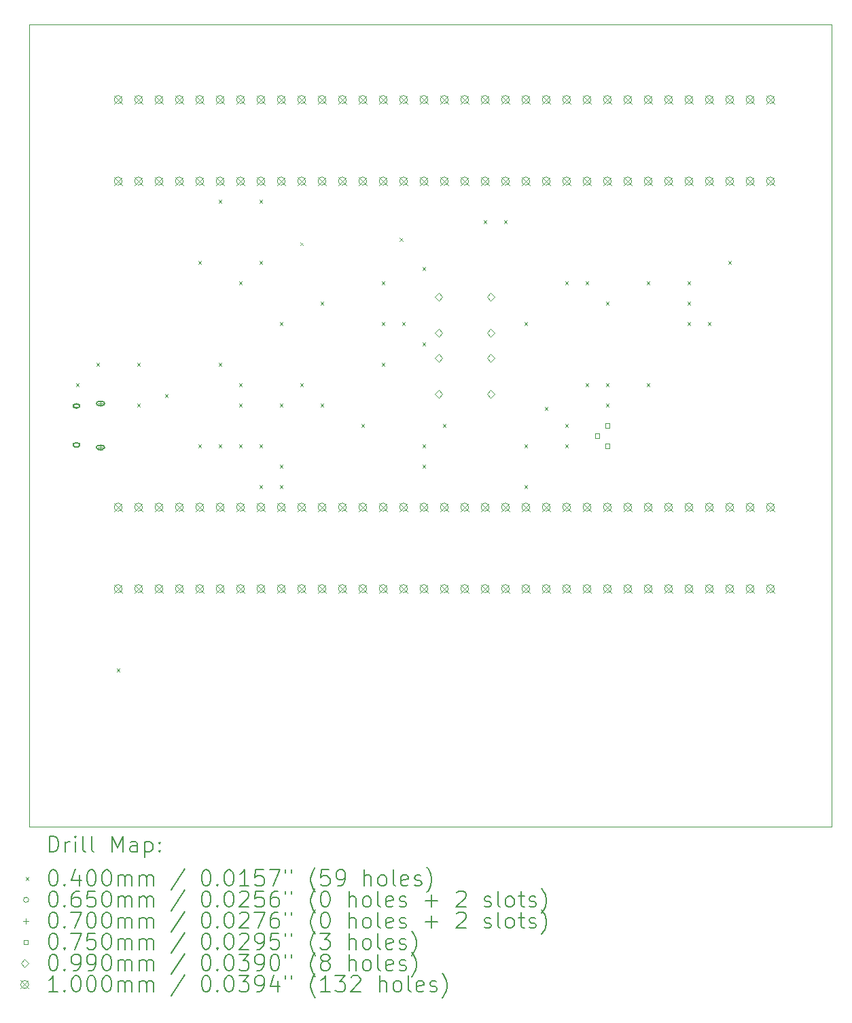
<source format=gbr>
%FSLAX45Y45*%
G04 Gerber Fmt 4.5, Leading zero omitted, Abs format (unit mm)*
G04 Created by KiCad (PCBNEW (6.0.2)) date 2022-04-12 17:31:43*
%MOMM*%
%LPD*%
G01*
G04 APERTURE LIST*
%TA.AperFunction,Profile*%
%ADD10C,0.100000*%
%TD*%
%ADD11C,0.200000*%
%ADD12C,0.040000*%
%ADD13C,0.065000*%
%ADD14C,0.070000*%
%ADD15C,0.075000*%
%ADD16C,0.099000*%
%ADD17C,0.100000*%
G04 APERTURE END LIST*
D10*
X10828000Y-4144000D02*
X20828000Y-4144000D01*
X20828000Y-4144000D02*
X20828000Y-14144000D01*
X20828000Y-14144000D02*
X10828000Y-14144000D01*
X10828000Y-14144000D02*
X10828000Y-4144000D01*
D11*
D12*
X11410000Y-8616000D02*
X11450000Y-8656000D01*
X11450000Y-8616000D02*
X11410000Y-8656000D01*
X11664000Y-8362000D02*
X11704000Y-8402000D01*
X11704000Y-8362000D02*
X11664000Y-8402000D01*
X11918000Y-12172000D02*
X11958000Y-12212000D01*
X11958000Y-12172000D02*
X11918000Y-12212000D01*
X12172000Y-8362000D02*
X12212000Y-8402000D01*
X12212000Y-8362000D02*
X12172000Y-8402000D01*
X12172000Y-8870000D02*
X12212000Y-8910000D01*
X12212000Y-8870000D02*
X12172000Y-8910000D01*
X12519000Y-8752000D02*
X12559000Y-8792000D01*
X12559000Y-8752000D02*
X12519000Y-8792000D01*
X12934000Y-7092000D02*
X12974000Y-7132000D01*
X12974000Y-7092000D02*
X12934000Y-7132000D01*
X12934000Y-9378000D02*
X12974000Y-9418000D01*
X12974000Y-9378000D02*
X12934000Y-9418000D01*
X13188000Y-6330000D02*
X13228000Y-6370000D01*
X13228000Y-6330000D02*
X13188000Y-6370000D01*
X13188000Y-8362000D02*
X13228000Y-8402000D01*
X13228000Y-8362000D02*
X13188000Y-8402000D01*
X13188000Y-9378000D02*
X13228000Y-9418000D01*
X13228000Y-9378000D02*
X13188000Y-9418000D01*
X13442000Y-7346000D02*
X13482000Y-7386000D01*
X13482000Y-7346000D02*
X13442000Y-7386000D01*
X13442000Y-8616000D02*
X13482000Y-8656000D01*
X13482000Y-8616000D02*
X13442000Y-8656000D01*
X13442000Y-8870000D02*
X13482000Y-8910000D01*
X13482000Y-8870000D02*
X13442000Y-8910000D01*
X13442000Y-9378000D02*
X13482000Y-9418000D01*
X13482000Y-9378000D02*
X13442000Y-9418000D01*
X13696000Y-6330000D02*
X13736000Y-6370000D01*
X13736000Y-6330000D02*
X13696000Y-6370000D01*
X13696000Y-7092000D02*
X13736000Y-7132000D01*
X13736000Y-7092000D02*
X13696000Y-7132000D01*
X13696000Y-9378000D02*
X13736000Y-9418000D01*
X13736000Y-9378000D02*
X13696000Y-9418000D01*
X13696000Y-9886000D02*
X13736000Y-9926000D01*
X13736000Y-9886000D02*
X13696000Y-9926000D01*
X13950000Y-7854000D02*
X13990000Y-7894000D01*
X13990000Y-7854000D02*
X13950000Y-7894000D01*
X13950000Y-8870000D02*
X13990000Y-8910000D01*
X13990000Y-8870000D02*
X13950000Y-8910000D01*
X13950000Y-9632000D02*
X13990000Y-9672000D01*
X13990000Y-9632000D02*
X13950000Y-9672000D01*
X13950000Y-9886000D02*
X13990000Y-9926000D01*
X13990000Y-9886000D02*
X13950000Y-9926000D01*
X14204000Y-6857998D02*
X14244000Y-6897998D01*
X14244000Y-6857998D02*
X14204000Y-6897998D01*
X14204000Y-8616000D02*
X14244000Y-8656000D01*
X14244000Y-8616000D02*
X14204000Y-8656000D01*
X14458000Y-7600000D02*
X14498000Y-7640000D01*
X14498000Y-7600000D02*
X14458000Y-7640000D01*
X14458000Y-8870000D02*
X14498000Y-8910000D01*
X14498000Y-8870000D02*
X14458000Y-8910000D01*
X14966000Y-9124000D02*
X15006000Y-9164000D01*
X15006000Y-9124000D02*
X14966000Y-9164000D01*
X15220000Y-7346000D02*
X15260000Y-7386000D01*
X15260000Y-7346000D02*
X15220000Y-7386000D01*
X15220000Y-7854000D02*
X15260000Y-7894000D01*
X15260000Y-7854000D02*
X15220000Y-7894000D01*
X15220000Y-8362000D02*
X15260000Y-8402000D01*
X15260000Y-8362000D02*
X15220000Y-8402000D01*
X15442000Y-6806000D02*
X15482000Y-6846000D01*
X15482000Y-6806000D02*
X15442000Y-6846000D01*
X15474000Y-7854000D02*
X15514000Y-7894000D01*
X15514000Y-7854000D02*
X15474000Y-7894000D01*
X15728000Y-7164450D02*
X15768000Y-7204450D01*
X15768000Y-7164450D02*
X15728000Y-7204450D01*
X15728000Y-8108000D02*
X15768000Y-8148000D01*
X15768000Y-8108000D02*
X15728000Y-8148000D01*
X15728000Y-9378000D02*
X15768000Y-9418000D01*
X15768000Y-9378000D02*
X15728000Y-9418000D01*
X15728000Y-9632000D02*
X15768000Y-9672000D01*
X15768000Y-9632000D02*
X15728000Y-9672000D01*
X15982000Y-9124000D02*
X16022000Y-9164000D01*
X16022000Y-9124000D02*
X15982000Y-9164000D01*
X16490000Y-6584000D02*
X16530000Y-6624000D01*
X16530000Y-6584000D02*
X16490000Y-6624000D01*
X16744000Y-6584000D02*
X16784000Y-6624000D01*
X16784000Y-6584000D02*
X16744000Y-6624000D01*
X16998000Y-7854000D02*
X17038000Y-7894000D01*
X17038000Y-7854000D02*
X16998000Y-7894000D01*
X16998000Y-9378000D02*
X17038000Y-9418000D01*
X17038000Y-9378000D02*
X16998000Y-9418000D01*
X16998000Y-9886000D02*
X17038000Y-9926000D01*
X17038000Y-9886000D02*
X16998000Y-9926000D01*
X17252000Y-8909301D02*
X17292000Y-8949301D01*
X17292000Y-8909301D02*
X17252000Y-8949301D01*
X17506000Y-7346000D02*
X17546000Y-7386000D01*
X17546000Y-7346000D02*
X17506000Y-7386000D01*
X17506000Y-9124000D02*
X17546000Y-9164000D01*
X17546000Y-9124000D02*
X17506000Y-9164000D01*
X17506000Y-9378000D02*
X17546000Y-9418000D01*
X17546000Y-9378000D02*
X17506000Y-9418000D01*
X17760000Y-7346000D02*
X17800000Y-7386000D01*
X17800000Y-7346000D02*
X17760000Y-7386000D01*
X17760000Y-8616000D02*
X17800000Y-8656000D01*
X17800000Y-8616000D02*
X17760000Y-8656000D01*
X18014000Y-7600000D02*
X18054000Y-7640000D01*
X18054000Y-7600000D02*
X18014000Y-7640000D01*
X18014000Y-8616000D02*
X18054000Y-8656000D01*
X18054000Y-8616000D02*
X18014000Y-8656000D01*
X18014000Y-8870000D02*
X18054000Y-8910000D01*
X18054000Y-8870000D02*
X18014000Y-8910000D01*
X18522000Y-7346000D02*
X18562000Y-7386000D01*
X18562000Y-7346000D02*
X18522000Y-7386000D01*
X18522000Y-8616000D02*
X18562000Y-8656000D01*
X18562000Y-8616000D02*
X18522000Y-8656000D01*
X19030000Y-7346000D02*
X19070000Y-7386000D01*
X19070000Y-7346000D02*
X19030000Y-7386000D01*
X19030000Y-7600000D02*
X19070000Y-7640000D01*
X19070000Y-7600000D02*
X19030000Y-7640000D01*
X19030000Y-7854000D02*
X19070000Y-7894000D01*
X19070000Y-7854000D02*
X19030000Y-7894000D01*
X19284000Y-7854000D02*
X19324000Y-7894000D01*
X19324000Y-7854000D02*
X19284000Y-7894000D01*
X19538000Y-7092000D02*
X19578000Y-7132000D01*
X19578000Y-7092000D02*
X19538000Y-7132000D01*
D13*
X11450500Y-8899500D02*
G75*
G03*
X11450500Y-8899500I-32500J0D01*
G01*
D11*
X11438000Y-8877000D02*
X11398000Y-8877000D01*
X11438000Y-8922000D02*
X11398000Y-8922000D01*
X11398000Y-8877000D02*
G75*
G03*
X11398000Y-8922000I0J-22500D01*
G01*
X11438000Y-8922000D02*
G75*
G03*
X11438000Y-8877000I0J22500D01*
G01*
D13*
X11450500Y-9383500D02*
G75*
G03*
X11450500Y-9383500I-32500J0D01*
G01*
D11*
X11438000Y-9361000D02*
X11398000Y-9361000D01*
X11438000Y-9406000D02*
X11398000Y-9406000D01*
X11398000Y-9361000D02*
G75*
G03*
X11398000Y-9406000I0J-22500D01*
G01*
X11438000Y-9406000D02*
G75*
G03*
X11438000Y-9361000I0J22500D01*
G01*
D14*
X11718000Y-8833500D02*
X11718000Y-8903500D01*
X11683000Y-8868500D02*
X11753000Y-8868500D01*
D11*
X11743000Y-8843500D02*
X11693000Y-8843500D01*
X11743000Y-8893500D02*
X11693000Y-8893500D01*
X11693000Y-8843500D02*
G75*
G03*
X11693000Y-8893500I0J-25000D01*
G01*
X11743000Y-8893500D02*
G75*
G03*
X11743000Y-8843500I0J25000D01*
G01*
D14*
X11718000Y-9379500D02*
X11718000Y-9449500D01*
X11683000Y-9414500D02*
X11753000Y-9414500D01*
D11*
X11743000Y-9389500D02*
X11693000Y-9389500D01*
X11743000Y-9439500D02*
X11693000Y-9439500D01*
X11693000Y-9389500D02*
G75*
G03*
X11693000Y-9439500I0J-25000D01*
G01*
X11743000Y-9439500D02*
G75*
G03*
X11743000Y-9389500I0J25000D01*
G01*
D15*
X17933517Y-9297517D02*
X17933517Y-9244483D01*
X17880483Y-9244483D01*
X17880483Y-9297517D01*
X17933517Y-9297517D01*
X18060517Y-9170517D02*
X18060517Y-9117483D01*
X18007483Y-9117483D01*
X18007483Y-9170517D01*
X18060517Y-9170517D01*
X18060517Y-9424517D02*
X18060517Y-9371483D01*
X18007483Y-9371483D01*
X18007483Y-9424517D01*
X18060517Y-9424517D01*
D16*
X15931000Y-7587000D02*
X15980500Y-7537500D01*
X15931000Y-7488000D01*
X15881500Y-7537500D01*
X15931000Y-7587000D01*
X15931000Y-8037000D02*
X15980500Y-7987500D01*
X15931000Y-7938000D01*
X15881500Y-7987500D01*
X15931000Y-8037000D01*
X15931000Y-8349000D02*
X15980500Y-8299500D01*
X15931000Y-8250000D01*
X15881500Y-8299500D01*
X15931000Y-8349000D01*
X15931000Y-8799000D02*
X15980500Y-8749500D01*
X15931000Y-8700000D01*
X15881500Y-8749500D01*
X15931000Y-8799000D01*
X16581000Y-7587000D02*
X16630500Y-7537500D01*
X16581000Y-7488000D01*
X16531500Y-7537500D01*
X16581000Y-7587000D01*
X16581000Y-8037000D02*
X16630500Y-7987500D01*
X16581000Y-7938000D01*
X16531500Y-7987500D01*
X16581000Y-8037000D01*
X16581000Y-8349000D02*
X16630500Y-8299500D01*
X16581000Y-8250000D01*
X16531500Y-8299500D01*
X16581000Y-8349000D01*
X16581000Y-8799000D02*
X16630500Y-8749500D01*
X16581000Y-8700000D01*
X16531500Y-8749500D01*
X16581000Y-8799000D01*
D17*
X11888000Y-5030000D02*
X11988000Y-5130000D01*
X11988000Y-5030000D02*
X11888000Y-5130000D01*
X11988000Y-5080000D02*
G75*
G03*
X11988000Y-5080000I-50000J0D01*
G01*
X11888000Y-6046000D02*
X11988000Y-6146000D01*
X11988000Y-6046000D02*
X11888000Y-6146000D01*
X11988000Y-6096000D02*
G75*
G03*
X11988000Y-6096000I-50000J0D01*
G01*
X11888000Y-10110000D02*
X11988000Y-10210000D01*
X11988000Y-10110000D02*
X11888000Y-10210000D01*
X11988000Y-10160000D02*
G75*
G03*
X11988000Y-10160000I-50000J0D01*
G01*
X11888000Y-11126000D02*
X11988000Y-11226000D01*
X11988000Y-11126000D02*
X11888000Y-11226000D01*
X11988000Y-11176000D02*
G75*
G03*
X11988000Y-11176000I-50000J0D01*
G01*
X12142000Y-5030000D02*
X12242000Y-5130000D01*
X12242000Y-5030000D02*
X12142000Y-5130000D01*
X12242000Y-5080000D02*
G75*
G03*
X12242000Y-5080000I-50000J0D01*
G01*
X12142000Y-6046000D02*
X12242000Y-6146000D01*
X12242000Y-6046000D02*
X12142000Y-6146000D01*
X12242000Y-6096000D02*
G75*
G03*
X12242000Y-6096000I-50000J0D01*
G01*
X12142000Y-10110000D02*
X12242000Y-10210000D01*
X12242000Y-10110000D02*
X12142000Y-10210000D01*
X12242000Y-10160000D02*
G75*
G03*
X12242000Y-10160000I-50000J0D01*
G01*
X12142000Y-11126000D02*
X12242000Y-11226000D01*
X12242000Y-11126000D02*
X12142000Y-11226000D01*
X12242000Y-11176000D02*
G75*
G03*
X12242000Y-11176000I-50000J0D01*
G01*
X12396000Y-5030000D02*
X12496000Y-5130000D01*
X12496000Y-5030000D02*
X12396000Y-5130000D01*
X12496000Y-5080000D02*
G75*
G03*
X12496000Y-5080000I-50000J0D01*
G01*
X12396000Y-6046000D02*
X12496000Y-6146000D01*
X12496000Y-6046000D02*
X12396000Y-6146000D01*
X12496000Y-6096000D02*
G75*
G03*
X12496000Y-6096000I-50000J0D01*
G01*
X12396000Y-10110000D02*
X12496000Y-10210000D01*
X12496000Y-10110000D02*
X12396000Y-10210000D01*
X12496000Y-10160000D02*
G75*
G03*
X12496000Y-10160000I-50000J0D01*
G01*
X12396000Y-11126000D02*
X12496000Y-11226000D01*
X12496000Y-11126000D02*
X12396000Y-11226000D01*
X12496000Y-11176000D02*
G75*
G03*
X12496000Y-11176000I-50000J0D01*
G01*
X12650000Y-5030000D02*
X12750000Y-5130000D01*
X12750000Y-5030000D02*
X12650000Y-5130000D01*
X12750000Y-5080000D02*
G75*
G03*
X12750000Y-5080000I-50000J0D01*
G01*
X12650000Y-6046000D02*
X12750000Y-6146000D01*
X12750000Y-6046000D02*
X12650000Y-6146000D01*
X12750000Y-6096000D02*
G75*
G03*
X12750000Y-6096000I-50000J0D01*
G01*
X12650000Y-10110000D02*
X12750000Y-10210000D01*
X12750000Y-10110000D02*
X12650000Y-10210000D01*
X12750000Y-10160000D02*
G75*
G03*
X12750000Y-10160000I-50000J0D01*
G01*
X12650000Y-11126000D02*
X12750000Y-11226000D01*
X12750000Y-11126000D02*
X12650000Y-11226000D01*
X12750000Y-11176000D02*
G75*
G03*
X12750000Y-11176000I-50000J0D01*
G01*
X12904000Y-5030000D02*
X13004000Y-5130000D01*
X13004000Y-5030000D02*
X12904000Y-5130000D01*
X13004000Y-5080000D02*
G75*
G03*
X13004000Y-5080000I-50000J0D01*
G01*
X12904000Y-6046000D02*
X13004000Y-6146000D01*
X13004000Y-6046000D02*
X12904000Y-6146000D01*
X13004000Y-6096000D02*
G75*
G03*
X13004000Y-6096000I-50000J0D01*
G01*
X12904000Y-10110000D02*
X13004000Y-10210000D01*
X13004000Y-10110000D02*
X12904000Y-10210000D01*
X13004000Y-10160000D02*
G75*
G03*
X13004000Y-10160000I-50000J0D01*
G01*
X12904000Y-11126000D02*
X13004000Y-11226000D01*
X13004000Y-11126000D02*
X12904000Y-11226000D01*
X13004000Y-11176000D02*
G75*
G03*
X13004000Y-11176000I-50000J0D01*
G01*
X13158000Y-5030000D02*
X13258000Y-5130000D01*
X13258000Y-5030000D02*
X13158000Y-5130000D01*
X13258000Y-5080000D02*
G75*
G03*
X13258000Y-5080000I-50000J0D01*
G01*
X13158000Y-6046000D02*
X13258000Y-6146000D01*
X13258000Y-6046000D02*
X13158000Y-6146000D01*
X13258000Y-6096000D02*
G75*
G03*
X13258000Y-6096000I-50000J0D01*
G01*
X13158000Y-10110000D02*
X13258000Y-10210000D01*
X13258000Y-10110000D02*
X13158000Y-10210000D01*
X13258000Y-10160000D02*
G75*
G03*
X13258000Y-10160000I-50000J0D01*
G01*
X13158000Y-11126000D02*
X13258000Y-11226000D01*
X13258000Y-11126000D02*
X13158000Y-11226000D01*
X13258000Y-11176000D02*
G75*
G03*
X13258000Y-11176000I-50000J0D01*
G01*
X13412000Y-5030000D02*
X13512000Y-5130000D01*
X13512000Y-5030000D02*
X13412000Y-5130000D01*
X13512000Y-5080000D02*
G75*
G03*
X13512000Y-5080000I-50000J0D01*
G01*
X13412000Y-6046000D02*
X13512000Y-6146000D01*
X13512000Y-6046000D02*
X13412000Y-6146000D01*
X13512000Y-6096000D02*
G75*
G03*
X13512000Y-6096000I-50000J0D01*
G01*
X13412000Y-10110000D02*
X13512000Y-10210000D01*
X13512000Y-10110000D02*
X13412000Y-10210000D01*
X13512000Y-10160000D02*
G75*
G03*
X13512000Y-10160000I-50000J0D01*
G01*
X13412000Y-11126000D02*
X13512000Y-11226000D01*
X13512000Y-11126000D02*
X13412000Y-11226000D01*
X13512000Y-11176000D02*
G75*
G03*
X13512000Y-11176000I-50000J0D01*
G01*
X13666000Y-5030000D02*
X13766000Y-5130000D01*
X13766000Y-5030000D02*
X13666000Y-5130000D01*
X13766000Y-5080000D02*
G75*
G03*
X13766000Y-5080000I-50000J0D01*
G01*
X13666000Y-6046000D02*
X13766000Y-6146000D01*
X13766000Y-6046000D02*
X13666000Y-6146000D01*
X13766000Y-6096000D02*
G75*
G03*
X13766000Y-6096000I-50000J0D01*
G01*
X13666000Y-10110000D02*
X13766000Y-10210000D01*
X13766000Y-10110000D02*
X13666000Y-10210000D01*
X13766000Y-10160000D02*
G75*
G03*
X13766000Y-10160000I-50000J0D01*
G01*
X13666000Y-11126000D02*
X13766000Y-11226000D01*
X13766000Y-11126000D02*
X13666000Y-11226000D01*
X13766000Y-11176000D02*
G75*
G03*
X13766000Y-11176000I-50000J0D01*
G01*
X13920000Y-5030000D02*
X14020000Y-5130000D01*
X14020000Y-5030000D02*
X13920000Y-5130000D01*
X14020000Y-5080000D02*
G75*
G03*
X14020000Y-5080000I-50000J0D01*
G01*
X13920000Y-6046000D02*
X14020000Y-6146000D01*
X14020000Y-6046000D02*
X13920000Y-6146000D01*
X14020000Y-6096000D02*
G75*
G03*
X14020000Y-6096000I-50000J0D01*
G01*
X13920000Y-10110000D02*
X14020000Y-10210000D01*
X14020000Y-10110000D02*
X13920000Y-10210000D01*
X14020000Y-10160000D02*
G75*
G03*
X14020000Y-10160000I-50000J0D01*
G01*
X13920000Y-11126000D02*
X14020000Y-11226000D01*
X14020000Y-11126000D02*
X13920000Y-11226000D01*
X14020000Y-11176000D02*
G75*
G03*
X14020000Y-11176000I-50000J0D01*
G01*
X14174000Y-5030000D02*
X14274000Y-5130000D01*
X14274000Y-5030000D02*
X14174000Y-5130000D01*
X14274000Y-5080000D02*
G75*
G03*
X14274000Y-5080000I-50000J0D01*
G01*
X14174000Y-6046000D02*
X14274000Y-6146000D01*
X14274000Y-6046000D02*
X14174000Y-6146000D01*
X14274000Y-6096000D02*
G75*
G03*
X14274000Y-6096000I-50000J0D01*
G01*
X14174000Y-10110000D02*
X14274000Y-10210000D01*
X14274000Y-10110000D02*
X14174000Y-10210000D01*
X14274000Y-10160000D02*
G75*
G03*
X14274000Y-10160000I-50000J0D01*
G01*
X14174000Y-11126000D02*
X14274000Y-11226000D01*
X14274000Y-11126000D02*
X14174000Y-11226000D01*
X14274000Y-11176000D02*
G75*
G03*
X14274000Y-11176000I-50000J0D01*
G01*
X14428000Y-5030000D02*
X14528000Y-5130000D01*
X14528000Y-5030000D02*
X14428000Y-5130000D01*
X14528000Y-5080000D02*
G75*
G03*
X14528000Y-5080000I-50000J0D01*
G01*
X14428000Y-6046000D02*
X14528000Y-6146000D01*
X14528000Y-6046000D02*
X14428000Y-6146000D01*
X14528000Y-6096000D02*
G75*
G03*
X14528000Y-6096000I-50000J0D01*
G01*
X14428000Y-10110000D02*
X14528000Y-10210000D01*
X14528000Y-10110000D02*
X14428000Y-10210000D01*
X14528000Y-10160000D02*
G75*
G03*
X14528000Y-10160000I-50000J0D01*
G01*
X14428000Y-11126000D02*
X14528000Y-11226000D01*
X14528000Y-11126000D02*
X14428000Y-11226000D01*
X14528000Y-11176000D02*
G75*
G03*
X14528000Y-11176000I-50000J0D01*
G01*
X14682000Y-5030000D02*
X14782000Y-5130000D01*
X14782000Y-5030000D02*
X14682000Y-5130000D01*
X14782000Y-5080000D02*
G75*
G03*
X14782000Y-5080000I-50000J0D01*
G01*
X14682000Y-6046000D02*
X14782000Y-6146000D01*
X14782000Y-6046000D02*
X14682000Y-6146000D01*
X14782000Y-6096000D02*
G75*
G03*
X14782000Y-6096000I-50000J0D01*
G01*
X14682000Y-10110000D02*
X14782000Y-10210000D01*
X14782000Y-10110000D02*
X14682000Y-10210000D01*
X14782000Y-10160000D02*
G75*
G03*
X14782000Y-10160000I-50000J0D01*
G01*
X14682000Y-11126000D02*
X14782000Y-11226000D01*
X14782000Y-11126000D02*
X14682000Y-11226000D01*
X14782000Y-11176000D02*
G75*
G03*
X14782000Y-11176000I-50000J0D01*
G01*
X14936000Y-5030000D02*
X15036000Y-5130000D01*
X15036000Y-5030000D02*
X14936000Y-5130000D01*
X15036000Y-5080000D02*
G75*
G03*
X15036000Y-5080000I-50000J0D01*
G01*
X14936000Y-6046000D02*
X15036000Y-6146000D01*
X15036000Y-6046000D02*
X14936000Y-6146000D01*
X15036000Y-6096000D02*
G75*
G03*
X15036000Y-6096000I-50000J0D01*
G01*
X14936000Y-10110000D02*
X15036000Y-10210000D01*
X15036000Y-10110000D02*
X14936000Y-10210000D01*
X15036000Y-10160000D02*
G75*
G03*
X15036000Y-10160000I-50000J0D01*
G01*
X14936000Y-11126000D02*
X15036000Y-11226000D01*
X15036000Y-11126000D02*
X14936000Y-11226000D01*
X15036000Y-11176000D02*
G75*
G03*
X15036000Y-11176000I-50000J0D01*
G01*
X15190000Y-5030000D02*
X15290000Y-5130000D01*
X15290000Y-5030000D02*
X15190000Y-5130000D01*
X15290000Y-5080000D02*
G75*
G03*
X15290000Y-5080000I-50000J0D01*
G01*
X15190000Y-6046000D02*
X15290000Y-6146000D01*
X15290000Y-6046000D02*
X15190000Y-6146000D01*
X15290000Y-6096000D02*
G75*
G03*
X15290000Y-6096000I-50000J0D01*
G01*
X15190000Y-10110000D02*
X15290000Y-10210000D01*
X15290000Y-10110000D02*
X15190000Y-10210000D01*
X15290000Y-10160000D02*
G75*
G03*
X15290000Y-10160000I-50000J0D01*
G01*
X15190000Y-11126000D02*
X15290000Y-11226000D01*
X15290000Y-11126000D02*
X15190000Y-11226000D01*
X15290000Y-11176000D02*
G75*
G03*
X15290000Y-11176000I-50000J0D01*
G01*
X15444000Y-5030000D02*
X15544000Y-5130000D01*
X15544000Y-5030000D02*
X15444000Y-5130000D01*
X15544000Y-5080000D02*
G75*
G03*
X15544000Y-5080000I-50000J0D01*
G01*
X15444000Y-6046000D02*
X15544000Y-6146000D01*
X15544000Y-6046000D02*
X15444000Y-6146000D01*
X15544000Y-6096000D02*
G75*
G03*
X15544000Y-6096000I-50000J0D01*
G01*
X15444000Y-10110000D02*
X15544000Y-10210000D01*
X15544000Y-10110000D02*
X15444000Y-10210000D01*
X15544000Y-10160000D02*
G75*
G03*
X15544000Y-10160000I-50000J0D01*
G01*
X15444000Y-11126000D02*
X15544000Y-11226000D01*
X15544000Y-11126000D02*
X15444000Y-11226000D01*
X15544000Y-11176000D02*
G75*
G03*
X15544000Y-11176000I-50000J0D01*
G01*
X15698000Y-5030000D02*
X15798000Y-5130000D01*
X15798000Y-5030000D02*
X15698000Y-5130000D01*
X15798000Y-5080000D02*
G75*
G03*
X15798000Y-5080000I-50000J0D01*
G01*
X15698000Y-6046000D02*
X15798000Y-6146000D01*
X15798000Y-6046000D02*
X15698000Y-6146000D01*
X15798000Y-6096000D02*
G75*
G03*
X15798000Y-6096000I-50000J0D01*
G01*
X15698000Y-10110000D02*
X15798000Y-10210000D01*
X15798000Y-10110000D02*
X15698000Y-10210000D01*
X15798000Y-10160000D02*
G75*
G03*
X15798000Y-10160000I-50000J0D01*
G01*
X15698000Y-11126000D02*
X15798000Y-11226000D01*
X15798000Y-11126000D02*
X15698000Y-11226000D01*
X15798000Y-11176000D02*
G75*
G03*
X15798000Y-11176000I-50000J0D01*
G01*
X15952000Y-5030000D02*
X16052000Y-5130000D01*
X16052000Y-5030000D02*
X15952000Y-5130000D01*
X16052000Y-5080000D02*
G75*
G03*
X16052000Y-5080000I-50000J0D01*
G01*
X15952000Y-6046000D02*
X16052000Y-6146000D01*
X16052000Y-6046000D02*
X15952000Y-6146000D01*
X16052000Y-6096000D02*
G75*
G03*
X16052000Y-6096000I-50000J0D01*
G01*
X15952000Y-10110000D02*
X16052000Y-10210000D01*
X16052000Y-10110000D02*
X15952000Y-10210000D01*
X16052000Y-10160000D02*
G75*
G03*
X16052000Y-10160000I-50000J0D01*
G01*
X15952000Y-11126000D02*
X16052000Y-11226000D01*
X16052000Y-11126000D02*
X15952000Y-11226000D01*
X16052000Y-11176000D02*
G75*
G03*
X16052000Y-11176000I-50000J0D01*
G01*
X16206000Y-5030000D02*
X16306000Y-5130000D01*
X16306000Y-5030000D02*
X16206000Y-5130000D01*
X16306000Y-5080000D02*
G75*
G03*
X16306000Y-5080000I-50000J0D01*
G01*
X16206000Y-6046000D02*
X16306000Y-6146000D01*
X16306000Y-6046000D02*
X16206000Y-6146000D01*
X16306000Y-6096000D02*
G75*
G03*
X16306000Y-6096000I-50000J0D01*
G01*
X16206000Y-10110000D02*
X16306000Y-10210000D01*
X16306000Y-10110000D02*
X16206000Y-10210000D01*
X16306000Y-10160000D02*
G75*
G03*
X16306000Y-10160000I-50000J0D01*
G01*
X16206000Y-11126000D02*
X16306000Y-11226000D01*
X16306000Y-11126000D02*
X16206000Y-11226000D01*
X16306000Y-11176000D02*
G75*
G03*
X16306000Y-11176000I-50000J0D01*
G01*
X16460000Y-5030000D02*
X16560000Y-5130000D01*
X16560000Y-5030000D02*
X16460000Y-5130000D01*
X16560000Y-5080000D02*
G75*
G03*
X16560000Y-5080000I-50000J0D01*
G01*
X16460000Y-6046000D02*
X16560000Y-6146000D01*
X16560000Y-6046000D02*
X16460000Y-6146000D01*
X16560000Y-6096000D02*
G75*
G03*
X16560000Y-6096000I-50000J0D01*
G01*
X16460000Y-10110000D02*
X16560000Y-10210000D01*
X16560000Y-10110000D02*
X16460000Y-10210000D01*
X16560000Y-10160000D02*
G75*
G03*
X16560000Y-10160000I-50000J0D01*
G01*
X16460000Y-11126000D02*
X16560000Y-11226000D01*
X16560000Y-11126000D02*
X16460000Y-11226000D01*
X16560000Y-11176000D02*
G75*
G03*
X16560000Y-11176000I-50000J0D01*
G01*
X16714000Y-5030000D02*
X16814000Y-5130000D01*
X16814000Y-5030000D02*
X16714000Y-5130000D01*
X16814000Y-5080000D02*
G75*
G03*
X16814000Y-5080000I-50000J0D01*
G01*
X16714000Y-6046000D02*
X16814000Y-6146000D01*
X16814000Y-6046000D02*
X16714000Y-6146000D01*
X16814000Y-6096000D02*
G75*
G03*
X16814000Y-6096000I-50000J0D01*
G01*
X16714000Y-10110000D02*
X16814000Y-10210000D01*
X16814000Y-10110000D02*
X16714000Y-10210000D01*
X16814000Y-10160000D02*
G75*
G03*
X16814000Y-10160000I-50000J0D01*
G01*
X16714000Y-11126000D02*
X16814000Y-11226000D01*
X16814000Y-11126000D02*
X16714000Y-11226000D01*
X16814000Y-11176000D02*
G75*
G03*
X16814000Y-11176000I-50000J0D01*
G01*
X16968000Y-5030000D02*
X17068000Y-5130000D01*
X17068000Y-5030000D02*
X16968000Y-5130000D01*
X17068000Y-5080000D02*
G75*
G03*
X17068000Y-5080000I-50000J0D01*
G01*
X16968000Y-6046000D02*
X17068000Y-6146000D01*
X17068000Y-6046000D02*
X16968000Y-6146000D01*
X17068000Y-6096000D02*
G75*
G03*
X17068000Y-6096000I-50000J0D01*
G01*
X16968000Y-10110000D02*
X17068000Y-10210000D01*
X17068000Y-10110000D02*
X16968000Y-10210000D01*
X17068000Y-10160000D02*
G75*
G03*
X17068000Y-10160000I-50000J0D01*
G01*
X16968000Y-11126000D02*
X17068000Y-11226000D01*
X17068000Y-11126000D02*
X16968000Y-11226000D01*
X17068000Y-11176000D02*
G75*
G03*
X17068000Y-11176000I-50000J0D01*
G01*
X17222000Y-5030000D02*
X17322000Y-5130000D01*
X17322000Y-5030000D02*
X17222000Y-5130000D01*
X17322000Y-5080000D02*
G75*
G03*
X17322000Y-5080000I-50000J0D01*
G01*
X17222000Y-6046000D02*
X17322000Y-6146000D01*
X17322000Y-6046000D02*
X17222000Y-6146000D01*
X17322000Y-6096000D02*
G75*
G03*
X17322000Y-6096000I-50000J0D01*
G01*
X17222000Y-10110000D02*
X17322000Y-10210000D01*
X17322000Y-10110000D02*
X17222000Y-10210000D01*
X17322000Y-10160000D02*
G75*
G03*
X17322000Y-10160000I-50000J0D01*
G01*
X17222000Y-11126000D02*
X17322000Y-11226000D01*
X17322000Y-11126000D02*
X17222000Y-11226000D01*
X17322000Y-11176000D02*
G75*
G03*
X17322000Y-11176000I-50000J0D01*
G01*
X17476000Y-5030000D02*
X17576000Y-5130000D01*
X17576000Y-5030000D02*
X17476000Y-5130000D01*
X17576000Y-5080000D02*
G75*
G03*
X17576000Y-5080000I-50000J0D01*
G01*
X17476000Y-6046000D02*
X17576000Y-6146000D01*
X17576000Y-6046000D02*
X17476000Y-6146000D01*
X17576000Y-6096000D02*
G75*
G03*
X17576000Y-6096000I-50000J0D01*
G01*
X17476000Y-10110000D02*
X17576000Y-10210000D01*
X17576000Y-10110000D02*
X17476000Y-10210000D01*
X17576000Y-10160000D02*
G75*
G03*
X17576000Y-10160000I-50000J0D01*
G01*
X17476000Y-11126000D02*
X17576000Y-11226000D01*
X17576000Y-11126000D02*
X17476000Y-11226000D01*
X17576000Y-11176000D02*
G75*
G03*
X17576000Y-11176000I-50000J0D01*
G01*
X17730000Y-5030000D02*
X17830000Y-5130000D01*
X17830000Y-5030000D02*
X17730000Y-5130000D01*
X17830000Y-5080000D02*
G75*
G03*
X17830000Y-5080000I-50000J0D01*
G01*
X17730000Y-6046000D02*
X17830000Y-6146000D01*
X17830000Y-6046000D02*
X17730000Y-6146000D01*
X17830000Y-6096000D02*
G75*
G03*
X17830000Y-6096000I-50000J0D01*
G01*
X17730000Y-10110000D02*
X17830000Y-10210000D01*
X17830000Y-10110000D02*
X17730000Y-10210000D01*
X17830000Y-10160000D02*
G75*
G03*
X17830000Y-10160000I-50000J0D01*
G01*
X17730000Y-11126000D02*
X17830000Y-11226000D01*
X17830000Y-11126000D02*
X17730000Y-11226000D01*
X17830000Y-11176000D02*
G75*
G03*
X17830000Y-11176000I-50000J0D01*
G01*
X17984000Y-5030000D02*
X18084000Y-5130000D01*
X18084000Y-5030000D02*
X17984000Y-5130000D01*
X18084000Y-5080000D02*
G75*
G03*
X18084000Y-5080000I-50000J0D01*
G01*
X17984000Y-6046000D02*
X18084000Y-6146000D01*
X18084000Y-6046000D02*
X17984000Y-6146000D01*
X18084000Y-6096000D02*
G75*
G03*
X18084000Y-6096000I-50000J0D01*
G01*
X17984000Y-10110000D02*
X18084000Y-10210000D01*
X18084000Y-10110000D02*
X17984000Y-10210000D01*
X18084000Y-10160000D02*
G75*
G03*
X18084000Y-10160000I-50000J0D01*
G01*
X17984000Y-11126000D02*
X18084000Y-11226000D01*
X18084000Y-11126000D02*
X17984000Y-11226000D01*
X18084000Y-11176000D02*
G75*
G03*
X18084000Y-11176000I-50000J0D01*
G01*
X18238000Y-5030000D02*
X18338000Y-5130000D01*
X18338000Y-5030000D02*
X18238000Y-5130000D01*
X18338000Y-5080000D02*
G75*
G03*
X18338000Y-5080000I-50000J0D01*
G01*
X18238000Y-6046000D02*
X18338000Y-6146000D01*
X18338000Y-6046000D02*
X18238000Y-6146000D01*
X18338000Y-6096000D02*
G75*
G03*
X18338000Y-6096000I-50000J0D01*
G01*
X18238000Y-10110000D02*
X18338000Y-10210000D01*
X18338000Y-10110000D02*
X18238000Y-10210000D01*
X18338000Y-10160000D02*
G75*
G03*
X18338000Y-10160000I-50000J0D01*
G01*
X18238000Y-11126000D02*
X18338000Y-11226000D01*
X18338000Y-11126000D02*
X18238000Y-11226000D01*
X18338000Y-11176000D02*
G75*
G03*
X18338000Y-11176000I-50000J0D01*
G01*
X18492000Y-5030000D02*
X18592000Y-5130000D01*
X18592000Y-5030000D02*
X18492000Y-5130000D01*
X18592000Y-5080000D02*
G75*
G03*
X18592000Y-5080000I-50000J0D01*
G01*
X18492000Y-6046000D02*
X18592000Y-6146000D01*
X18592000Y-6046000D02*
X18492000Y-6146000D01*
X18592000Y-6096000D02*
G75*
G03*
X18592000Y-6096000I-50000J0D01*
G01*
X18492000Y-10110000D02*
X18592000Y-10210000D01*
X18592000Y-10110000D02*
X18492000Y-10210000D01*
X18592000Y-10160000D02*
G75*
G03*
X18592000Y-10160000I-50000J0D01*
G01*
X18492000Y-11126000D02*
X18592000Y-11226000D01*
X18592000Y-11126000D02*
X18492000Y-11226000D01*
X18592000Y-11176000D02*
G75*
G03*
X18592000Y-11176000I-50000J0D01*
G01*
X18746000Y-5030000D02*
X18846000Y-5130000D01*
X18846000Y-5030000D02*
X18746000Y-5130000D01*
X18846000Y-5080000D02*
G75*
G03*
X18846000Y-5080000I-50000J0D01*
G01*
X18746000Y-6046000D02*
X18846000Y-6146000D01*
X18846000Y-6046000D02*
X18746000Y-6146000D01*
X18846000Y-6096000D02*
G75*
G03*
X18846000Y-6096000I-50000J0D01*
G01*
X18746000Y-10110000D02*
X18846000Y-10210000D01*
X18846000Y-10110000D02*
X18746000Y-10210000D01*
X18846000Y-10160000D02*
G75*
G03*
X18846000Y-10160000I-50000J0D01*
G01*
X18746000Y-11126000D02*
X18846000Y-11226000D01*
X18846000Y-11126000D02*
X18746000Y-11226000D01*
X18846000Y-11176000D02*
G75*
G03*
X18846000Y-11176000I-50000J0D01*
G01*
X19000000Y-5030000D02*
X19100000Y-5130000D01*
X19100000Y-5030000D02*
X19000000Y-5130000D01*
X19100000Y-5080000D02*
G75*
G03*
X19100000Y-5080000I-50000J0D01*
G01*
X19000000Y-6046000D02*
X19100000Y-6146000D01*
X19100000Y-6046000D02*
X19000000Y-6146000D01*
X19100000Y-6096000D02*
G75*
G03*
X19100000Y-6096000I-50000J0D01*
G01*
X19000000Y-10110000D02*
X19100000Y-10210000D01*
X19100000Y-10110000D02*
X19000000Y-10210000D01*
X19100000Y-10160000D02*
G75*
G03*
X19100000Y-10160000I-50000J0D01*
G01*
X19000000Y-11126000D02*
X19100000Y-11226000D01*
X19100000Y-11126000D02*
X19000000Y-11226000D01*
X19100000Y-11176000D02*
G75*
G03*
X19100000Y-11176000I-50000J0D01*
G01*
X19254000Y-5030000D02*
X19354000Y-5130000D01*
X19354000Y-5030000D02*
X19254000Y-5130000D01*
X19354000Y-5080000D02*
G75*
G03*
X19354000Y-5080000I-50000J0D01*
G01*
X19254000Y-6046000D02*
X19354000Y-6146000D01*
X19354000Y-6046000D02*
X19254000Y-6146000D01*
X19354000Y-6096000D02*
G75*
G03*
X19354000Y-6096000I-50000J0D01*
G01*
X19254000Y-10110000D02*
X19354000Y-10210000D01*
X19354000Y-10110000D02*
X19254000Y-10210000D01*
X19354000Y-10160000D02*
G75*
G03*
X19354000Y-10160000I-50000J0D01*
G01*
X19254000Y-11126000D02*
X19354000Y-11226000D01*
X19354000Y-11126000D02*
X19254000Y-11226000D01*
X19354000Y-11176000D02*
G75*
G03*
X19354000Y-11176000I-50000J0D01*
G01*
X19508000Y-5030000D02*
X19608000Y-5130000D01*
X19608000Y-5030000D02*
X19508000Y-5130000D01*
X19608000Y-5080000D02*
G75*
G03*
X19608000Y-5080000I-50000J0D01*
G01*
X19508000Y-6046000D02*
X19608000Y-6146000D01*
X19608000Y-6046000D02*
X19508000Y-6146000D01*
X19608000Y-6096000D02*
G75*
G03*
X19608000Y-6096000I-50000J0D01*
G01*
X19508000Y-10110000D02*
X19608000Y-10210000D01*
X19608000Y-10110000D02*
X19508000Y-10210000D01*
X19608000Y-10160000D02*
G75*
G03*
X19608000Y-10160000I-50000J0D01*
G01*
X19508000Y-11126000D02*
X19608000Y-11226000D01*
X19608000Y-11126000D02*
X19508000Y-11226000D01*
X19608000Y-11176000D02*
G75*
G03*
X19608000Y-11176000I-50000J0D01*
G01*
X19762000Y-5030000D02*
X19862000Y-5130000D01*
X19862000Y-5030000D02*
X19762000Y-5130000D01*
X19862000Y-5080000D02*
G75*
G03*
X19862000Y-5080000I-50000J0D01*
G01*
X19762000Y-6046000D02*
X19862000Y-6146000D01*
X19862000Y-6046000D02*
X19762000Y-6146000D01*
X19862000Y-6096000D02*
G75*
G03*
X19862000Y-6096000I-50000J0D01*
G01*
X19762000Y-10110000D02*
X19862000Y-10210000D01*
X19862000Y-10110000D02*
X19762000Y-10210000D01*
X19862000Y-10160000D02*
G75*
G03*
X19862000Y-10160000I-50000J0D01*
G01*
X19762000Y-11126000D02*
X19862000Y-11226000D01*
X19862000Y-11126000D02*
X19762000Y-11226000D01*
X19862000Y-11176000D02*
G75*
G03*
X19862000Y-11176000I-50000J0D01*
G01*
X20016000Y-5030000D02*
X20116000Y-5130000D01*
X20116000Y-5030000D02*
X20016000Y-5130000D01*
X20116000Y-5080000D02*
G75*
G03*
X20116000Y-5080000I-50000J0D01*
G01*
X20016000Y-6046000D02*
X20116000Y-6146000D01*
X20116000Y-6046000D02*
X20016000Y-6146000D01*
X20116000Y-6096000D02*
G75*
G03*
X20116000Y-6096000I-50000J0D01*
G01*
X20016000Y-10110000D02*
X20116000Y-10210000D01*
X20116000Y-10110000D02*
X20016000Y-10210000D01*
X20116000Y-10160000D02*
G75*
G03*
X20116000Y-10160000I-50000J0D01*
G01*
X20016000Y-11126000D02*
X20116000Y-11226000D01*
X20116000Y-11126000D02*
X20016000Y-11226000D01*
X20116000Y-11176000D02*
G75*
G03*
X20116000Y-11176000I-50000J0D01*
G01*
D11*
X11080619Y-14459476D02*
X11080619Y-14259476D01*
X11128238Y-14259476D01*
X11156810Y-14269000D01*
X11175857Y-14288048D01*
X11185381Y-14307095D01*
X11194905Y-14345190D01*
X11194905Y-14373762D01*
X11185381Y-14411857D01*
X11175857Y-14430905D01*
X11156810Y-14449952D01*
X11128238Y-14459476D01*
X11080619Y-14459476D01*
X11280619Y-14459476D02*
X11280619Y-14326143D01*
X11280619Y-14364238D02*
X11290143Y-14345190D01*
X11299667Y-14335667D01*
X11318714Y-14326143D01*
X11337762Y-14326143D01*
X11404428Y-14459476D02*
X11404428Y-14326143D01*
X11404428Y-14259476D02*
X11394905Y-14269000D01*
X11404428Y-14278524D01*
X11413952Y-14269000D01*
X11404428Y-14259476D01*
X11404428Y-14278524D01*
X11528238Y-14459476D02*
X11509190Y-14449952D01*
X11499667Y-14430905D01*
X11499667Y-14259476D01*
X11633000Y-14459476D02*
X11613952Y-14449952D01*
X11604428Y-14430905D01*
X11604428Y-14259476D01*
X11861571Y-14459476D02*
X11861571Y-14259476D01*
X11928238Y-14402333D01*
X11994905Y-14259476D01*
X11994905Y-14459476D01*
X12175857Y-14459476D02*
X12175857Y-14354714D01*
X12166333Y-14335667D01*
X12147286Y-14326143D01*
X12109190Y-14326143D01*
X12090143Y-14335667D01*
X12175857Y-14449952D02*
X12156809Y-14459476D01*
X12109190Y-14459476D01*
X12090143Y-14449952D01*
X12080619Y-14430905D01*
X12080619Y-14411857D01*
X12090143Y-14392809D01*
X12109190Y-14383286D01*
X12156809Y-14383286D01*
X12175857Y-14373762D01*
X12271095Y-14326143D02*
X12271095Y-14526143D01*
X12271095Y-14335667D02*
X12290143Y-14326143D01*
X12328238Y-14326143D01*
X12347286Y-14335667D01*
X12356809Y-14345190D01*
X12366333Y-14364238D01*
X12366333Y-14421381D01*
X12356809Y-14440428D01*
X12347286Y-14449952D01*
X12328238Y-14459476D01*
X12290143Y-14459476D01*
X12271095Y-14449952D01*
X12452048Y-14440428D02*
X12461571Y-14449952D01*
X12452048Y-14459476D01*
X12442524Y-14449952D01*
X12452048Y-14440428D01*
X12452048Y-14459476D01*
X12452048Y-14335667D02*
X12461571Y-14345190D01*
X12452048Y-14354714D01*
X12442524Y-14345190D01*
X12452048Y-14335667D01*
X12452048Y-14354714D01*
D12*
X10783000Y-14769000D02*
X10823000Y-14809000D01*
X10823000Y-14769000D02*
X10783000Y-14809000D01*
D11*
X11118714Y-14679476D02*
X11137762Y-14679476D01*
X11156810Y-14689000D01*
X11166333Y-14698524D01*
X11175857Y-14717571D01*
X11185381Y-14755667D01*
X11185381Y-14803286D01*
X11175857Y-14841381D01*
X11166333Y-14860428D01*
X11156810Y-14869952D01*
X11137762Y-14879476D01*
X11118714Y-14879476D01*
X11099667Y-14869952D01*
X11090143Y-14860428D01*
X11080619Y-14841381D01*
X11071095Y-14803286D01*
X11071095Y-14755667D01*
X11080619Y-14717571D01*
X11090143Y-14698524D01*
X11099667Y-14689000D01*
X11118714Y-14679476D01*
X11271095Y-14860428D02*
X11280619Y-14869952D01*
X11271095Y-14879476D01*
X11261571Y-14869952D01*
X11271095Y-14860428D01*
X11271095Y-14879476D01*
X11452048Y-14746143D02*
X11452048Y-14879476D01*
X11404428Y-14669952D02*
X11356809Y-14812809D01*
X11480619Y-14812809D01*
X11594905Y-14679476D02*
X11613952Y-14679476D01*
X11633000Y-14689000D01*
X11642524Y-14698524D01*
X11652048Y-14717571D01*
X11661571Y-14755667D01*
X11661571Y-14803286D01*
X11652048Y-14841381D01*
X11642524Y-14860428D01*
X11633000Y-14869952D01*
X11613952Y-14879476D01*
X11594905Y-14879476D01*
X11575857Y-14869952D01*
X11566333Y-14860428D01*
X11556809Y-14841381D01*
X11547286Y-14803286D01*
X11547286Y-14755667D01*
X11556809Y-14717571D01*
X11566333Y-14698524D01*
X11575857Y-14689000D01*
X11594905Y-14679476D01*
X11785381Y-14679476D02*
X11804428Y-14679476D01*
X11823476Y-14689000D01*
X11833000Y-14698524D01*
X11842524Y-14717571D01*
X11852048Y-14755667D01*
X11852048Y-14803286D01*
X11842524Y-14841381D01*
X11833000Y-14860428D01*
X11823476Y-14869952D01*
X11804428Y-14879476D01*
X11785381Y-14879476D01*
X11766333Y-14869952D01*
X11756809Y-14860428D01*
X11747286Y-14841381D01*
X11737762Y-14803286D01*
X11737762Y-14755667D01*
X11747286Y-14717571D01*
X11756809Y-14698524D01*
X11766333Y-14689000D01*
X11785381Y-14679476D01*
X11937762Y-14879476D02*
X11937762Y-14746143D01*
X11937762Y-14765190D02*
X11947286Y-14755667D01*
X11966333Y-14746143D01*
X11994905Y-14746143D01*
X12013952Y-14755667D01*
X12023476Y-14774714D01*
X12023476Y-14879476D01*
X12023476Y-14774714D02*
X12033000Y-14755667D01*
X12052048Y-14746143D01*
X12080619Y-14746143D01*
X12099667Y-14755667D01*
X12109190Y-14774714D01*
X12109190Y-14879476D01*
X12204428Y-14879476D02*
X12204428Y-14746143D01*
X12204428Y-14765190D02*
X12213952Y-14755667D01*
X12233000Y-14746143D01*
X12261571Y-14746143D01*
X12280619Y-14755667D01*
X12290143Y-14774714D01*
X12290143Y-14879476D01*
X12290143Y-14774714D02*
X12299667Y-14755667D01*
X12318714Y-14746143D01*
X12347286Y-14746143D01*
X12366333Y-14755667D01*
X12375857Y-14774714D01*
X12375857Y-14879476D01*
X12766333Y-14669952D02*
X12594905Y-14927095D01*
X13023476Y-14679476D02*
X13042524Y-14679476D01*
X13061571Y-14689000D01*
X13071095Y-14698524D01*
X13080619Y-14717571D01*
X13090143Y-14755667D01*
X13090143Y-14803286D01*
X13080619Y-14841381D01*
X13071095Y-14860428D01*
X13061571Y-14869952D01*
X13042524Y-14879476D01*
X13023476Y-14879476D01*
X13004428Y-14869952D01*
X12994905Y-14860428D01*
X12985381Y-14841381D01*
X12975857Y-14803286D01*
X12975857Y-14755667D01*
X12985381Y-14717571D01*
X12994905Y-14698524D01*
X13004428Y-14689000D01*
X13023476Y-14679476D01*
X13175857Y-14860428D02*
X13185381Y-14869952D01*
X13175857Y-14879476D01*
X13166333Y-14869952D01*
X13175857Y-14860428D01*
X13175857Y-14879476D01*
X13309190Y-14679476D02*
X13328238Y-14679476D01*
X13347286Y-14689000D01*
X13356809Y-14698524D01*
X13366333Y-14717571D01*
X13375857Y-14755667D01*
X13375857Y-14803286D01*
X13366333Y-14841381D01*
X13356809Y-14860428D01*
X13347286Y-14869952D01*
X13328238Y-14879476D01*
X13309190Y-14879476D01*
X13290143Y-14869952D01*
X13280619Y-14860428D01*
X13271095Y-14841381D01*
X13261571Y-14803286D01*
X13261571Y-14755667D01*
X13271095Y-14717571D01*
X13280619Y-14698524D01*
X13290143Y-14689000D01*
X13309190Y-14679476D01*
X13566333Y-14879476D02*
X13452048Y-14879476D01*
X13509190Y-14879476D02*
X13509190Y-14679476D01*
X13490143Y-14708048D01*
X13471095Y-14727095D01*
X13452048Y-14736619D01*
X13747286Y-14679476D02*
X13652048Y-14679476D01*
X13642524Y-14774714D01*
X13652048Y-14765190D01*
X13671095Y-14755667D01*
X13718714Y-14755667D01*
X13737762Y-14765190D01*
X13747286Y-14774714D01*
X13756809Y-14793762D01*
X13756809Y-14841381D01*
X13747286Y-14860428D01*
X13737762Y-14869952D01*
X13718714Y-14879476D01*
X13671095Y-14879476D01*
X13652048Y-14869952D01*
X13642524Y-14860428D01*
X13823476Y-14679476D02*
X13956809Y-14679476D01*
X13871095Y-14879476D01*
X14023476Y-14679476D02*
X14023476Y-14717571D01*
X14099667Y-14679476D02*
X14099667Y-14717571D01*
X14394905Y-14955667D02*
X14385381Y-14946143D01*
X14366333Y-14917571D01*
X14356809Y-14898524D01*
X14347286Y-14869952D01*
X14337762Y-14822333D01*
X14337762Y-14784238D01*
X14347286Y-14736619D01*
X14356809Y-14708048D01*
X14366333Y-14689000D01*
X14385381Y-14660428D01*
X14394905Y-14650905D01*
X14566333Y-14679476D02*
X14471095Y-14679476D01*
X14461571Y-14774714D01*
X14471095Y-14765190D01*
X14490143Y-14755667D01*
X14537762Y-14755667D01*
X14556809Y-14765190D01*
X14566333Y-14774714D01*
X14575857Y-14793762D01*
X14575857Y-14841381D01*
X14566333Y-14860428D01*
X14556809Y-14869952D01*
X14537762Y-14879476D01*
X14490143Y-14879476D01*
X14471095Y-14869952D01*
X14461571Y-14860428D01*
X14671095Y-14879476D02*
X14709190Y-14879476D01*
X14728238Y-14869952D01*
X14737762Y-14860428D01*
X14756809Y-14831857D01*
X14766333Y-14793762D01*
X14766333Y-14717571D01*
X14756809Y-14698524D01*
X14747286Y-14689000D01*
X14728238Y-14679476D01*
X14690143Y-14679476D01*
X14671095Y-14689000D01*
X14661571Y-14698524D01*
X14652048Y-14717571D01*
X14652048Y-14765190D01*
X14661571Y-14784238D01*
X14671095Y-14793762D01*
X14690143Y-14803286D01*
X14728238Y-14803286D01*
X14747286Y-14793762D01*
X14756809Y-14784238D01*
X14766333Y-14765190D01*
X15004428Y-14879476D02*
X15004428Y-14679476D01*
X15090143Y-14879476D02*
X15090143Y-14774714D01*
X15080619Y-14755667D01*
X15061571Y-14746143D01*
X15033000Y-14746143D01*
X15013952Y-14755667D01*
X15004428Y-14765190D01*
X15213952Y-14879476D02*
X15194905Y-14869952D01*
X15185381Y-14860428D01*
X15175857Y-14841381D01*
X15175857Y-14784238D01*
X15185381Y-14765190D01*
X15194905Y-14755667D01*
X15213952Y-14746143D01*
X15242524Y-14746143D01*
X15261571Y-14755667D01*
X15271095Y-14765190D01*
X15280619Y-14784238D01*
X15280619Y-14841381D01*
X15271095Y-14860428D01*
X15261571Y-14869952D01*
X15242524Y-14879476D01*
X15213952Y-14879476D01*
X15394905Y-14879476D02*
X15375857Y-14869952D01*
X15366333Y-14850905D01*
X15366333Y-14679476D01*
X15547286Y-14869952D02*
X15528238Y-14879476D01*
X15490143Y-14879476D01*
X15471095Y-14869952D01*
X15461571Y-14850905D01*
X15461571Y-14774714D01*
X15471095Y-14755667D01*
X15490143Y-14746143D01*
X15528238Y-14746143D01*
X15547286Y-14755667D01*
X15556809Y-14774714D01*
X15556809Y-14793762D01*
X15461571Y-14812809D01*
X15633000Y-14869952D02*
X15652048Y-14879476D01*
X15690143Y-14879476D01*
X15709190Y-14869952D01*
X15718714Y-14850905D01*
X15718714Y-14841381D01*
X15709190Y-14822333D01*
X15690143Y-14812809D01*
X15661571Y-14812809D01*
X15642524Y-14803286D01*
X15633000Y-14784238D01*
X15633000Y-14774714D01*
X15642524Y-14755667D01*
X15661571Y-14746143D01*
X15690143Y-14746143D01*
X15709190Y-14755667D01*
X15785381Y-14955667D02*
X15794905Y-14946143D01*
X15813952Y-14917571D01*
X15823476Y-14898524D01*
X15833000Y-14869952D01*
X15842524Y-14822333D01*
X15842524Y-14784238D01*
X15833000Y-14736619D01*
X15823476Y-14708048D01*
X15813952Y-14689000D01*
X15794905Y-14660428D01*
X15785381Y-14650905D01*
D13*
X10823000Y-15053000D02*
G75*
G03*
X10823000Y-15053000I-32500J0D01*
G01*
D11*
X11118714Y-14943476D02*
X11137762Y-14943476D01*
X11156810Y-14953000D01*
X11166333Y-14962524D01*
X11175857Y-14981571D01*
X11185381Y-15019667D01*
X11185381Y-15067286D01*
X11175857Y-15105381D01*
X11166333Y-15124428D01*
X11156810Y-15133952D01*
X11137762Y-15143476D01*
X11118714Y-15143476D01*
X11099667Y-15133952D01*
X11090143Y-15124428D01*
X11080619Y-15105381D01*
X11071095Y-15067286D01*
X11071095Y-15019667D01*
X11080619Y-14981571D01*
X11090143Y-14962524D01*
X11099667Y-14953000D01*
X11118714Y-14943476D01*
X11271095Y-15124428D02*
X11280619Y-15133952D01*
X11271095Y-15143476D01*
X11261571Y-15133952D01*
X11271095Y-15124428D01*
X11271095Y-15143476D01*
X11452048Y-14943476D02*
X11413952Y-14943476D01*
X11394905Y-14953000D01*
X11385381Y-14962524D01*
X11366333Y-14991095D01*
X11356809Y-15029190D01*
X11356809Y-15105381D01*
X11366333Y-15124428D01*
X11375857Y-15133952D01*
X11394905Y-15143476D01*
X11433000Y-15143476D01*
X11452048Y-15133952D01*
X11461571Y-15124428D01*
X11471095Y-15105381D01*
X11471095Y-15057762D01*
X11461571Y-15038714D01*
X11452048Y-15029190D01*
X11433000Y-15019667D01*
X11394905Y-15019667D01*
X11375857Y-15029190D01*
X11366333Y-15038714D01*
X11356809Y-15057762D01*
X11652048Y-14943476D02*
X11556809Y-14943476D01*
X11547286Y-15038714D01*
X11556809Y-15029190D01*
X11575857Y-15019667D01*
X11623476Y-15019667D01*
X11642524Y-15029190D01*
X11652048Y-15038714D01*
X11661571Y-15057762D01*
X11661571Y-15105381D01*
X11652048Y-15124428D01*
X11642524Y-15133952D01*
X11623476Y-15143476D01*
X11575857Y-15143476D01*
X11556809Y-15133952D01*
X11547286Y-15124428D01*
X11785381Y-14943476D02*
X11804428Y-14943476D01*
X11823476Y-14953000D01*
X11833000Y-14962524D01*
X11842524Y-14981571D01*
X11852048Y-15019667D01*
X11852048Y-15067286D01*
X11842524Y-15105381D01*
X11833000Y-15124428D01*
X11823476Y-15133952D01*
X11804428Y-15143476D01*
X11785381Y-15143476D01*
X11766333Y-15133952D01*
X11756809Y-15124428D01*
X11747286Y-15105381D01*
X11737762Y-15067286D01*
X11737762Y-15019667D01*
X11747286Y-14981571D01*
X11756809Y-14962524D01*
X11766333Y-14953000D01*
X11785381Y-14943476D01*
X11937762Y-15143476D02*
X11937762Y-15010143D01*
X11937762Y-15029190D02*
X11947286Y-15019667D01*
X11966333Y-15010143D01*
X11994905Y-15010143D01*
X12013952Y-15019667D01*
X12023476Y-15038714D01*
X12023476Y-15143476D01*
X12023476Y-15038714D02*
X12033000Y-15019667D01*
X12052048Y-15010143D01*
X12080619Y-15010143D01*
X12099667Y-15019667D01*
X12109190Y-15038714D01*
X12109190Y-15143476D01*
X12204428Y-15143476D02*
X12204428Y-15010143D01*
X12204428Y-15029190D02*
X12213952Y-15019667D01*
X12233000Y-15010143D01*
X12261571Y-15010143D01*
X12280619Y-15019667D01*
X12290143Y-15038714D01*
X12290143Y-15143476D01*
X12290143Y-15038714D02*
X12299667Y-15019667D01*
X12318714Y-15010143D01*
X12347286Y-15010143D01*
X12366333Y-15019667D01*
X12375857Y-15038714D01*
X12375857Y-15143476D01*
X12766333Y-14933952D02*
X12594905Y-15191095D01*
X13023476Y-14943476D02*
X13042524Y-14943476D01*
X13061571Y-14953000D01*
X13071095Y-14962524D01*
X13080619Y-14981571D01*
X13090143Y-15019667D01*
X13090143Y-15067286D01*
X13080619Y-15105381D01*
X13071095Y-15124428D01*
X13061571Y-15133952D01*
X13042524Y-15143476D01*
X13023476Y-15143476D01*
X13004428Y-15133952D01*
X12994905Y-15124428D01*
X12985381Y-15105381D01*
X12975857Y-15067286D01*
X12975857Y-15019667D01*
X12985381Y-14981571D01*
X12994905Y-14962524D01*
X13004428Y-14953000D01*
X13023476Y-14943476D01*
X13175857Y-15124428D02*
X13185381Y-15133952D01*
X13175857Y-15143476D01*
X13166333Y-15133952D01*
X13175857Y-15124428D01*
X13175857Y-15143476D01*
X13309190Y-14943476D02*
X13328238Y-14943476D01*
X13347286Y-14953000D01*
X13356809Y-14962524D01*
X13366333Y-14981571D01*
X13375857Y-15019667D01*
X13375857Y-15067286D01*
X13366333Y-15105381D01*
X13356809Y-15124428D01*
X13347286Y-15133952D01*
X13328238Y-15143476D01*
X13309190Y-15143476D01*
X13290143Y-15133952D01*
X13280619Y-15124428D01*
X13271095Y-15105381D01*
X13261571Y-15067286D01*
X13261571Y-15019667D01*
X13271095Y-14981571D01*
X13280619Y-14962524D01*
X13290143Y-14953000D01*
X13309190Y-14943476D01*
X13452048Y-14962524D02*
X13461571Y-14953000D01*
X13480619Y-14943476D01*
X13528238Y-14943476D01*
X13547286Y-14953000D01*
X13556809Y-14962524D01*
X13566333Y-14981571D01*
X13566333Y-15000619D01*
X13556809Y-15029190D01*
X13442524Y-15143476D01*
X13566333Y-15143476D01*
X13747286Y-14943476D02*
X13652048Y-14943476D01*
X13642524Y-15038714D01*
X13652048Y-15029190D01*
X13671095Y-15019667D01*
X13718714Y-15019667D01*
X13737762Y-15029190D01*
X13747286Y-15038714D01*
X13756809Y-15057762D01*
X13756809Y-15105381D01*
X13747286Y-15124428D01*
X13737762Y-15133952D01*
X13718714Y-15143476D01*
X13671095Y-15143476D01*
X13652048Y-15133952D01*
X13642524Y-15124428D01*
X13928238Y-14943476D02*
X13890143Y-14943476D01*
X13871095Y-14953000D01*
X13861571Y-14962524D01*
X13842524Y-14991095D01*
X13833000Y-15029190D01*
X13833000Y-15105381D01*
X13842524Y-15124428D01*
X13852048Y-15133952D01*
X13871095Y-15143476D01*
X13909190Y-15143476D01*
X13928238Y-15133952D01*
X13937762Y-15124428D01*
X13947286Y-15105381D01*
X13947286Y-15057762D01*
X13937762Y-15038714D01*
X13928238Y-15029190D01*
X13909190Y-15019667D01*
X13871095Y-15019667D01*
X13852048Y-15029190D01*
X13842524Y-15038714D01*
X13833000Y-15057762D01*
X14023476Y-14943476D02*
X14023476Y-14981571D01*
X14099667Y-14943476D02*
X14099667Y-14981571D01*
X14394905Y-15219667D02*
X14385381Y-15210143D01*
X14366333Y-15181571D01*
X14356809Y-15162524D01*
X14347286Y-15133952D01*
X14337762Y-15086333D01*
X14337762Y-15048238D01*
X14347286Y-15000619D01*
X14356809Y-14972048D01*
X14366333Y-14953000D01*
X14385381Y-14924428D01*
X14394905Y-14914905D01*
X14509190Y-14943476D02*
X14528238Y-14943476D01*
X14547286Y-14953000D01*
X14556809Y-14962524D01*
X14566333Y-14981571D01*
X14575857Y-15019667D01*
X14575857Y-15067286D01*
X14566333Y-15105381D01*
X14556809Y-15124428D01*
X14547286Y-15133952D01*
X14528238Y-15143476D01*
X14509190Y-15143476D01*
X14490143Y-15133952D01*
X14480619Y-15124428D01*
X14471095Y-15105381D01*
X14461571Y-15067286D01*
X14461571Y-15019667D01*
X14471095Y-14981571D01*
X14480619Y-14962524D01*
X14490143Y-14953000D01*
X14509190Y-14943476D01*
X14813952Y-15143476D02*
X14813952Y-14943476D01*
X14899667Y-15143476D02*
X14899667Y-15038714D01*
X14890143Y-15019667D01*
X14871095Y-15010143D01*
X14842524Y-15010143D01*
X14823476Y-15019667D01*
X14813952Y-15029190D01*
X15023476Y-15143476D02*
X15004428Y-15133952D01*
X14994905Y-15124428D01*
X14985381Y-15105381D01*
X14985381Y-15048238D01*
X14994905Y-15029190D01*
X15004428Y-15019667D01*
X15023476Y-15010143D01*
X15052048Y-15010143D01*
X15071095Y-15019667D01*
X15080619Y-15029190D01*
X15090143Y-15048238D01*
X15090143Y-15105381D01*
X15080619Y-15124428D01*
X15071095Y-15133952D01*
X15052048Y-15143476D01*
X15023476Y-15143476D01*
X15204428Y-15143476D02*
X15185381Y-15133952D01*
X15175857Y-15114905D01*
X15175857Y-14943476D01*
X15356809Y-15133952D02*
X15337762Y-15143476D01*
X15299667Y-15143476D01*
X15280619Y-15133952D01*
X15271095Y-15114905D01*
X15271095Y-15038714D01*
X15280619Y-15019667D01*
X15299667Y-15010143D01*
X15337762Y-15010143D01*
X15356809Y-15019667D01*
X15366333Y-15038714D01*
X15366333Y-15057762D01*
X15271095Y-15076809D01*
X15442524Y-15133952D02*
X15461571Y-15143476D01*
X15499667Y-15143476D01*
X15518714Y-15133952D01*
X15528238Y-15114905D01*
X15528238Y-15105381D01*
X15518714Y-15086333D01*
X15499667Y-15076809D01*
X15471095Y-15076809D01*
X15452048Y-15067286D01*
X15442524Y-15048238D01*
X15442524Y-15038714D01*
X15452048Y-15019667D01*
X15471095Y-15010143D01*
X15499667Y-15010143D01*
X15518714Y-15019667D01*
X15766333Y-15067286D02*
X15918714Y-15067286D01*
X15842524Y-15143476D02*
X15842524Y-14991095D01*
X16156809Y-14962524D02*
X16166333Y-14953000D01*
X16185381Y-14943476D01*
X16233000Y-14943476D01*
X16252048Y-14953000D01*
X16261571Y-14962524D01*
X16271095Y-14981571D01*
X16271095Y-15000619D01*
X16261571Y-15029190D01*
X16147286Y-15143476D01*
X16271095Y-15143476D01*
X16499667Y-15133952D02*
X16518714Y-15143476D01*
X16556809Y-15143476D01*
X16575857Y-15133952D01*
X16585381Y-15114905D01*
X16585381Y-15105381D01*
X16575857Y-15086333D01*
X16556809Y-15076809D01*
X16528238Y-15076809D01*
X16509190Y-15067286D01*
X16499667Y-15048238D01*
X16499667Y-15038714D01*
X16509190Y-15019667D01*
X16528238Y-15010143D01*
X16556809Y-15010143D01*
X16575857Y-15019667D01*
X16699667Y-15143476D02*
X16680619Y-15133952D01*
X16671095Y-15114905D01*
X16671095Y-14943476D01*
X16804429Y-15143476D02*
X16785381Y-15133952D01*
X16775857Y-15124428D01*
X16766333Y-15105381D01*
X16766333Y-15048238D01*
X16775857Y-15029190D01*
X16785381Y-15019667D01*
X16804429Y-15010143D01*
X16833000Y-15010143D01*
X16852048Y-15019667D01*
X16861571Y-15029190D01*
X16871095Y-15048238D01*
X16871095Y-15105381D01*
X16861571Y-15124428D01*
X16852048Y-15133952D01*
X16833000Y-15143476D01*
X16804429Y-15143476D01*
X16928238Y-15010143D02*
X17004429Y-15010143D01*
X16956810Y-14943476D02*
X16956810Y-15114905D01*
X16966333Y-15133952D01*
X16985381Y-15143476D01*
X17004429Y-15143476D01*
X17061571Y-15133952D02*
X17080619Y-15143476D01*
X17118714Y-15143476D01*
X17137762Y-15133952D01*
X17147286Y-15114905D01*
X17147286Y-15105381D01*
X17137762Y-15086333D01*
X17118714Y-15076809D01*
X17090143Y-15076809D01*
X17071095Y-15067286D01*
X17061571Y-15048238D01*
X17061571Y-15038714D01*
X17071095Y-15019667D01*
X17090143Y-15010143D01*
X17118714Y-15010143D01*
X17137762Y-15019667D01*
X17213952Y-15219667D02*
X17223476Y-15210143D01*
X17242524Y-15181571D01*
X17252048Y-15162524D01*
X17261571Y-15133952D01*
X17271095Y-15086333D01*
X17271095Y-15048238D01*
X17261571Y-15000619D01*
X17252048Y-14972048D01*
X17242524Y-14953000D01*
X17223476Y-14924428D01*
X17213952Y-14914905D01*
D14*
X10788000Y-15282000D02*
X10788000Y-15352000D01*
X10753000Y-15317000D02*
X10823000Y-15317000D01*
D11*
X11118714Y-15207476D02*
X11137762Y-15207476D01*
X11156810Y-15217000D01*
X11166333Y-15226524D01*
X11175857Y-15245571D01*
X11185381Y-15283667D01*
X11185381Y-15331286D01*
X11175857Y-15369381D01*
X11166333Y-15388428D01*
X11156810Y-15397952D01*
X11137762Y-15407476D01*
X11118714Y-15407476D01*
X11099667Y-15397952D01*
X11090143Y-15388428D01*
X11080619Y-15369381D01*
X11071095Y-15331286D01*
X11071095Y-15283667D01*
X11080619Y-15245571D01*
X11090143Y-15226524D01*
X11099667Y-15217000D01*
X11118714Y-15207476D01*
X11271095Y-15388428D02*
X11280619Y-15397952D01*
X11271095Y-15407476D01*
X11261571Y-15397952D01*
X11271095Y-15388428D01*
X11271095Y-15407476D01*
X11347286Y-15207476D02*
X11480619Y-15207476D01*
X11394905Y-15407476D01*
X11594905Y-15207476D02*
X11613952Y-15207476D01*
X11633000Y-15217000D01*
X11642524Y-15226524D01*
X11652048Y-15245571D01*
X11661571Y-15283667D01*
X11661571Y-15331286D01*
X11652048Y-15369381D01*
X11642524Y-15388428D01*
X11633000Y-15397952D01*
X11613952Y-15407476D01*
X11594905Y-15407476D01*
X11575857Y-15397952D01*
X11566333Y-15388428D01*
X11556809Y-15369381D01*
X11547286Y-15331286D01*
X11547286Y-15283667D01*
X11556809Y-15245571D01*
X11566333Y-15226524D01*
X11575857Y-15217000D01*
X11594905Y-15207476D01*
X11785381Y-15207476D02*
X11804428Y-15207476D01*
X11823476Y-15217000D01*
X11833000Y-15226524D01*
X11842524Y-15245571D01*
X11852048Y-15283667D01*
X11852048Y-15331286D01*
X11842524Y-15369381D01*
X11833000Y-15388428D01*
X11823476Y-15397952D01*
X11804428Y-15407476D01*
X11785381Y-15407476D01*
X11766333Y-15397952D01*
X11756809Y-15388428D01*
X11747286Y-15369381D01*
X11737762Y-15331286D01*
X11737762Y-15283667D01*
X11747286Y-15245571D01*
X11756809Y-15226524D01*
X11766333Y-15217000D01*
X11785381Y-15207476D01*
X11937762Y-15407476D02*
X11937762Y-15274143D01*
X11937762Y-15293190D02*
X11947286Y-15283667D01*
X11966333Y-15274143D01*
X11994905Y-15274143D01*
X12013952Y-15283667D01*
X12023476Y-15302714D01*
X12023476Y-15407476D01*
X12023476Y-15302714D02*
X12033000Y-15283667D01*
X12052048Y-15274143D01*
X12080619Y-15274143D01*
X12099667Y-15283667D01*
X12109190Y-15302714D01*
X12109190Y-15407476D01*
X12204428Y-15407476D02*
X12204428Y-15274143D01*
X12204428Y-15293190D02*
X12213952Y-15283667D01*
X12233000Y-15274143D01*
X12261571Y-15274143D01*
X12280619Y-15283667D01*
X12290143Y-15302714D01*
X12290143Y-15407476D01*
X12290143Y-15302714D02*
X12299667Y-15283667D01*
X12318714Y-15274143D01*
X12347286Y-15274143D01*
X12366333Y-15283667D01*
X12375857Y-15302714D01*
X12375857Y-15407476D01*
X12766333Y-15197952D02*
X12594905Y-15455095D01*
X13023476Y-15207476D02*
X13042524Y-15207476D01*
X13061571Y-15217000D01*
X13071095Y-15226524D01*
X13080619Y-15245571D01*
X13090143Y-15283667D01*
X13090143Y-15331286D01*
X13080619Y-15369381D01*
X13071095Y-15388428D01*
X13061571Y-15397952D01*
X13042524Y-15407476D01*
X13023476Y-15407476D01*
X13004428Y-15397952D01*
X12994905Y-15388428D01*
X12985381Y-15369381D01*
X12975857Y-15331286D01*
X12975857Y-15283667D01*
X12985381Y-15245571D01*
X12994905Y-15226524D01*
X13004428Y-15217000D01*
X13023476Y-15207476D01*
X13175857Y-15388428D02*
X13185381Y-15397952D01*
X13175857Y-15407476D01*
X13166333Y-15397952D01*
X13175857Y-15388428D01*
X13175857Y-15407476D01*
X13309190Y-15207476D02*
X13328238Y-15207476D01*
X13347286Y-15217000D01*
X13356809Y-15226524D01*
X13366333Y-15245571D01*
X13375857Y-15283667D01*
X13375857Y-15331286D01*
X13366333Y-15369381D01*
X13356809Y-15388428D01*
X13347286Y-15397952D01*
X13328238Y-15407476D01*
X13309190Y-15407476D01*
X13290143Y-15397952D01*
X13280619Y-15388428D01*
X13271095Y-15369381D01*
X13261571Y-15331286D01*
X13261571Y-15283667D01*
X13271095Y-15245571D01*
X13280619Y-15226524D01*
X13290143Y-15217000D01*
X13309190Y-15207476D01*
X13452048Y-15226524D02*
X13461571Y-15217000D01*
X13480619Y-15207476D01*
X13528238Y-15207476D01*
X13547286Y-15217000D01*
X13556809Y-15226524D01*
X13566333Y-15245571D01*
X13566333Y-15264619D01*
X13556809Y-15293190D01*
X13442524Y-15407476D01*
X13566333Y-15407476D01*
X13633000Y-15207476D02*
X13766333Y-15207476D01*
X13680619Y-15407476D01*
X13928238Y-15207476D02*
X13890143Y-15207476D01*
X13871095Y-15217000D01*
X13861571Y-15226524D01*
X13842524Y-15255095D01*
X13833000Y-15293190D01*
X13833000Y-15369381D01*
X13842524Y-15388428D01*
X13852048Y-15397952D01*
X13871095Y-15407476D01*
X13909190Y-15407476D01*
X13928238Y-15397952D01*
X13937762Y-15388428D01*
X13947286Y-15369381D01*
X13947286Y-15321762D01*
X13937762Y-15302714D01*
X13928238Y-15293190D01*
X13909190Y-15283667D01*
X13871095Y-15283667D01*
X13852048Y-15293190D01*
X13842524Y-15302714D01*
X13833000Y-15321762D01*
X14023476Y-15207476D02*
X14023476Y-15245571D01*
X14099667Y-15207476D02*
X14099667Y-15245571D01*
X14394905Y-15483667D02*
X14385381Y-15474143D01*
X14366333Y-15445571D01*
X14356809Y-15426524D01*
X14347286Y-15397952D01*
X14337762Y-15350333D01*
X14337762Y-15312238D01*
X14347286Y-15264619D01*
X14356809Y-15236048D01*
X14366333Y-15217000D01*
X14385381Y-15188428D01*
X14394905Y-15178905D01*
X14509190Y-15207476D02*
X14528238Y-15207476D01*
X14547286Y-15217000D01*
X14556809Y-15226524D01*
X14566333Y-15245571D01*
X14575857Y-15283667D01*
X14575857Y-15331286D01*
X14566333Y-15369381D01*
X14556809Y-15388428D01*
X14547286Y-15397952D01*
X14528238Y-15407476D01*
X14509190Y-15407476D01*
X14490143Y-15397952D01*
X14480619Y-15388428D01*
X14471095Y-15369381D01*
X14461571Y-15331286D01*
X14461571Y-15283667D01*
X14471095Y-15245571D01*
X14480619Y-15226524D01*
X14490143Y-15217000D01*
X14509190Y-15207476D01*
X14813952Y-15407476D02*
X14813952Y-15207476D01*
X14899667Y-15407476D02*
X14899667Y-15302714D01*
X14890143Y-15283667D01*
X14871095Y-15274143D01*
X14842524Y-15274143D01*
X14823476Y-15283667D01*
X14813952Y-15293190D01*
X15023476Y-15407476D02*
X15004428Y-15397952D01*
X14994905Y-15388428D01*
X14985381Y-15369381D01*
X14985381Y-15312238D01*
X14994905Y-15293190D01*
X15004428Y-15283667D01*
X15023476Y-15274143D01*
X15052048Y-15274143D01*
X15071095Y-15283667D01*
X15080619Y-15293190D01*
X15090143Y-15312238D01*
X15090143Y-15369381D01*
X15080619Y-15388428D01*
X15071095Y-15397952D01*
X15052048Y-15407476D01*
X15023476Y-15407476D01*
X15204428Y-15407476D02*
X15185381Y-15397952D01*
X15175857Y-15378905D01*
X15175857Y-15207476D01*
X15356809Y-15397952D02*
X15337762Y-15407476D01*
X15299667Y-15407476D01*
X15280619Y-15397952D01*
X15271095Y-15378905D01*
X15271095Y-15302714D01*
X15280619Y-15283667D01*
X15299667Y-15274143D01*
X15337762Y-15274143D01*
X15356809Y-15283667D01*
X15366333Y-15302714D01*
X15366333Y-15321762D01*
X15271095Y-15340809D01*
X15442524Y-15397952D02*
X15461571Y-15407476D01*
X15499667Y-15407476D01*
X15518714Y-15397952D01*
X15528238Y-15378905D01*
X15528238Y-15369381D01*
X15518714Y-15350333D01*
X15499667Y-15340809D01*
X15471095Y-15340809D01*
X15452048Y-15331286D01*
X15442524Y-15312238D01*
X15442524Y-15302714D01*
X15452048Y-15283667D01*
X15471095Y-15274143D01*
X15499667Y-15274143D01*
X15518714Y-15283667D01*
X15766333Y-15331286D02*
X15918714Y-15331286D01*
X15842524Y-15407476D02*
X15842524Y-15255095D01*
X16156809Y-15226524D02*
X16166333Y-15217000D01*
X16185381Y-15207476D01*
X16233000Y-15207476D01*
X16252048Y-15217000D01*
X16261571Y-15226524D01*
X16271095Y-15245571D01*
X16271095Y-15264619D01*
X16261571Y-15293190D01*
X16147286Y-15407476D01*
X16271095Y-15407476D01*
X16499667Y-15397952D02*
X16518714Y-15407476D01*
X16556809Y-15407476D01*
X16575857Y-15397952D01*
X16585381Y-15378905D01*
X16585381Y-15369381D01*
X16575857Y-15350333D01*
X16556809Y-15340809D01*
X16528238Y-15340809D01*
X16509190Y-15331286D01*
X16499667Y-15312238D01*
X16499667Y-15302714D01*
X16509190Y-15283667D01*
X16528238Y-15274143D01*
X16556809Y-15274143D01*
X16575857Y-15283667D01*
X16699667Y-15407476D02*
X16680619Y-15397952D01*
X16671095Y-15378905D01*
X16671095Y-15207476D01*
X16804429Y-15407476D02*
X16785381Y-15397952D01*
X16775857Y-15388428D01*
X16766333Y-15369381D01*
X16766333Y-15312238D01*
X16775857Y-15293190D01*
X16785381Y-15283667D01*
X16804429Y-15274143D01*
X16833000Y-15274143D01*
X16852048Y-15283667D01*
X16861571Y-15293190D01*
X16871095Y-15312238D01*
X16871095Y-15369381D01*
X16861571Y-15388428D01*
X16852048Y-15397952D01*
X16833000Y-15407476D01*
X16804429Y-15407476D01*
X16928238Y-15274143D02*
X17004429Y-15274143D01*
X16956810Y-15207476D02*
X16956810Y-15378905D01*
X16966333Y-15397952D01*
X16985381Y-15407476D01*
X17004429Y-15407476D01*
X17061571Y-15397952D02*
X17080619Y-15407476D01*
X17118714Y-15407476D01*
X17137762Y-15397952D01*
X17147286Y-15378905D01*
X17147286Y-15369381D01*
X17137762Y-15350333D01*
X17118714Y-15340809D01*
X17090143Y-15340809D01*
X17071095Y-15331286D01*
X17061571Y-15312238D01*
X17061571Y-15302714D01*
X17071095Y-15283667D01*
X17090143Y-15274143D01*
X17118714Y-15274143D01*
X17137762Y-15283667D01*
X17213952Y-15483667D02*
X17223476Y-15474143D01*
X17242524Y-15445571D01*
X17252048Y-15426524D01*
X17261571Y-15397952D01*
X17271095Y-15350333D01*
X17271095Y-15312238D01*
X17261571Y-15264619D01*
X17252048Y-15236048D01*
X17242524Y-15217000D01*
X17223476Y-15188428D01*
X17213952Y-15178905D01*
D15*
X10812017Y-15607517D02*
X10812017Y-15554483D01*
X10758983Y-15554483D01*
X10758983Y-15607517D01*
X10812017Y-15607517D01*
D11*
X11118714Y-15471476D02*
X11137762Y-15471476D01*
X11156810Y-15481000D01*
X11166333Y-15490524D01*
X11175857Y-15509571D01*
X11185381Y-15547667D01*
X11185381Y-15595286D01*
X11175857Y-15633381D01*
X11166333Y-15652428D01*
X11156810Y-15661952D01*
X11137762Y-15671476D01*
X11118714Y-15671476D01*
X11099667Y-15661952D01*
X11090143Y-15652428D01*
X11080619Y-15633381D01*
X11071095Y-15595286D01*
X11071095Y-15547667D01*
X11080619Y-15509571D01*
X11090143Y-15490524D01*
X11099667Y-15481000D01*
X11118714Y-15471476D01*
X11271095Y-15652428D02*
X11280619Y-15661952D01*
X11271095Y-15671476D01*
X11261571Y-15661952D01*
X11271095Y-15652428D01*
X11271095Y-15671476D01*
X11347286Y-15471476D02*
X11480619Y-15471476D01*
X11394905Y-15671476D01*
X11652048Y-15471476D02*
X11556809Y-15471476D01*
X11547286Y-15566714D01*
X11556809Y-15557190D01*
X11575857Y-15547667D01*
X11623476Y-15547667D01*
X11642524Y-15557190D01*
X11652048Y-15566714D01*
X11661571Y-15585762D01*
X11661571Y-15633381D01*
X11652048Y-15652428D01*
X11642524Y-15661952D01*
X11623476Y-15671476D01*
X11575857Y-15671476D01*
X11556809Y-15661952D01*
X11547286Y-15652428D01*
X11785381Y-15471476D02*
X11804428Y-15471476D01*
X11823476Y-15481000D01*
X11833000Y-15490524D01*
X11842524Y-15509571D01*
X11852048Y-15547667D01*
X11852048Y-15595286D01*
X11842524Y-15633381D01*
X11833000Y-15652428D01*
X11823476Y-15661952D01*
X11804428Y-15671476D01*
X11785381Y-15671476D01*
X11766333Y-15661952D01*
X11756809Y-15652428D01*
X11747286Y-15633381D01*
X11737762Y-15595286D01*
X11737762Y-15547667D01*
X11747286Y-15509571D01*
X11756809Y-15490524D01*
X11766333Y-15481000D01*
X11785381Y-15471476D01*
X11937762Y-15671476D02*
X11937762Y-15538143D01*
X11937762Y-15557190D02*
X11947286Y-15547667D01*
X11966333Y-15538143D01*
X11994905Y-15538143D01*
X12013952Y-15547667D01*
X12023476Y-15566714D01*
X12023476Y-15671476D01*
X12023476Y-15566714D02*
X12033000Y-15547667D01*
X12052048Y-15538143D01*
X12080619Y-15538143D01*
X12099667Y-15547667D01*
X12109190Y-15566714D01*
X12109190Y-15671476D01*
X12204428Y-15671476D02*
X12204428Y-15538143D01*
X12204428Y-15557190D02*
X12213952Y-15547667D01*
X12233000Y-15538143D01*
X12261571Y-15538143D01*
X12280619Y-15547667D01*
X12290143Y-15566714D01*
X12290143Y-15671476D01*
X12290143Y-15566714D02*
X12299667Y-15547667D01*
X12318714Y-15538143D01*
X12347286Y-15538143D01*
X12366333Y-15547667D01*
X12375857Y-15566714D01*
X12375857Y-15671476D01*
X12766333Y-15461952D02*
X12594905Y-15719095D01*
X13023476Y-15471476D02*
X13042524Y-15471476D01*
X13061571Y-15481000D01*
X13071095Y-15490524D01*
X13080619Y-15509571D01*
X13090143Y-15547667D01*
X13090143Y-15595286D01*
X13080619Y-15633381D01*
X13071095Y-15652428D01*
X13061571Y-15661952D01*
X13042524Y-15671476D01*
X13023476Y-15671476D01*
X13004428Y-15661952D01*
X12994905Y-15652428D01*
X12985381Y-15633381D01*
X12975857Y-15595286D01*
X12975857Y-15547667D01*
X12985381Y-15509571D01*
X12994905Y-15490524D01*
X13004428Y-15481000D01*
X13023476Y-15471476D01*
X13175857Y-15652428D02*
X13185381Y-15661952D01*
X13175857Y-15671476D01*
X13166333Y-15661952D01*
X13175857Y-15652428D01*
X13175857Y-15671476D01*
X13309190Y-15471476D02*
X13328238Y-15471476D01*
X13347286Y-15481000D01*
X13356809Y-15490524D01*
X13366333Y-15509571D01*
X13375857Y-15547667D01*
X13375857Y-15595286D01*
X13366333Y-15633381D01*
X13356809Y-15652428D01*
X13347286Y-15661952D01*
X13328238Y-15671476D01*
X13309190Y-15671476D01*
X13290143Y-15661952D01*
X13280619Y-15652428D01*
X13271095Y-15633381D01*
X13261571Y-15595286D01*
X13261571Y-15547667D01*
X13271095Y-15509571D01*
X13280619Y-15490524D01*
X13290143Y-15481000D01*
X13309190Y-15471476D01*
X13452048Y-15490524D02*
X13461571Y-15481000D01*
X13480619Y-15471476D01*
X13528238Y-15471476D01*
X13547286Y-15481000D01*
X13556809Y-15490524D01*
X13566333Y-15509571D01*
X13566333Y-15528619D01*
X13556809Y-15557190D01*
X13442524Y-15671476D01*
X13566333Y-15671476D01*
X13661571Y-15671476D02*
X13699667Y-15671476D01*
X13718714Y-15661952D01*
X13728238Y-15652428D01*
X13747286Y-15623857D01*
X13756809Y-15585762D01*
X13756809Y-15509571D01*
X13747286Y-15490524D01*
X13737762Y-15481000D01*
X13718714Y-15471476D01*
X13680619Y-15471476D01*
X13661571Y-15481000D01*
X13652048Y-15490524D01*
X13642524Y-15509571D01*
X13642524Y-15557190D01*
X13652048Y-15576238D01*
X13661571Y-15585762D01*
X13680619Y-15595286D01*
X13718714Y-15595286D01*
X13737762Y-15585762D01*
X13747286Y-15576238D01*
X13756809Y-15557190D01*
X13937762Y-15471476D02*
X13842524Y-15471476D01*
X13833000Y-15566714D01*
X13842524Y-15557190D01*
X13861571Y-15547667D01*
X13909190Y-15547667D01*
X13928238Y-15557190D01*
X13937762Y-15566714D01*
X13947286Y-15585762D01*
X13947286Y-15633381D01*
X13937762Y-15652428D01*
X13928238Y-15661952D01*
X13909190Y-15671476D01*
X13861571Y-15671476D01*
X13842524Y-15661952D01*
X13833000Y-15652428D01*
X14023476Y-15471476D02*
X14023476Y-15509571D01*
X14099667Y-15471476D02*
X14099667Y-15509571D01*
X14394905Y-15747667D02*
X14385381Y-15738143D01*
X14366333Y-15709571D01*
X14356809Y-15690524D01*
X14347286Y-15661952D01*
X14337762Y-15614333D01*
X14337762Y-15576238D01*
X14347286Y-15528619D01*
X14356809Y-15500048D01*
X14366333Y-15481000D01*
X14385381Y-15452428D01*
X14394905Y-15442905D01*
X14452048Y-15471476D02*
X14575857Y-15471476D01*
X14509190Y-15547667D01*
X14537762Y-15547667D01*
X14556809Y-15557190D01*
X14566333Y-15566714D01*
X14575857Y-15585762D01*
X14575857Y-15633381D01*
X14566333Y-15652428D01*
X14556809Y-15661952D01*
X14537762Y-15671476D01*
X14480619Y-15671476D01*
X14461571Y-15661952D01*
X14452048Y-15652428D01*
X14813952Y-15671476D02*
X14813952Y-15471476D01*
X14899667Y-15671476D02*
X14899667Y-15566714D01*
X14890143Y-15547667D01*
X14871095Y-15538143D01*
X14842524Y-15538143D01*
X14823476Y-15547667D01*
X14813952Y-15557190D01*
X15023476Y-15671476D02*
X15004428Y-15661952D01*
X14994905Y-15652428D01*
X14985381Y-15633381D01*
X14985381Y-15576238D01*
X14994905Y-15557190D01*
X15004428Y-15547667D01*
X15023476Y-15538143D01*
X15052048Y-15538143D01*
X15071095Y-15547667D01*
X15080619Y-15557190D01*
X15090143Y-15576238D01*
X15090143Y-15633381D01*
X15080619Y-15652428D01*
X15071095Y-15661952D01*
X15052048Y-15671476D01*
X15023476Y-15671476D01*
X15204428Y-15671476D02*
X15185381Y-15661952D01*
X15175857Y-15642905D01*
X15175857Y-15471476D01*
X15356809Y-15661952D02*
X15337762Y-15671476D01*
X15299667Y-15671476D01*
X15280619Y-15661952D01*
X15271095Y-15642905D01*
X15271095Y-15566714D01*
X15280619Y-15547667D01*
X15299667Y-15538143D01*
X15337762Y-15538143D01*
X15356809Y-15547667D01*
X15366333Y-15566714D01*
X15366333Y-15585762D01*
X15271095Y-15604809D01*
X15442524Y-15661952D02*
X15461571Y-15671476D01*
X15499667Y-15671476D01*
X15518714Y-15661952D01*
X15528238Y-15642905D01*
X15528238Y-15633381D01*
X15518714Y-15614333D01*
X15499667Y-15604809D01*
X15471095Y-15604809D01*
X15452048Y-15595286D01*
X15442524Y-15576238D01*
X15442524Y-15566714D01*
X15452048Y-15547667D01*
X15471095Y-15538143D01*
X15499667Y-15538143D01*
X15518714Y-15547667D01*
X15594905Y-15747667D02*
X15604428Y-15738143D01*
X15623476Y-15709571D01*
X15633000Y-15690524D01*
X15642524Y-15661952D01*
X15652048Y-15614333D01*
X15652048Y-15576238D01*
X15642524Y-15528619D01*
X15633000Y-15500048D01*
X15623476Y-15481000D01*
X15604428Y-15452428D01*
X15594905Y-15442905D01*
D16*
X10773500Y-15894500D02*
X10823000Y-15845000D01*
X10773500Y-15795500D01*
X10724000Y-15845000D01*
X10773500Y-15894500D01*
D11*
X11118714Y-15735476D02*
X11137762Y-15735476D01*
X11156810Y-15745000D01*
X11166333Y-15754524D01*
X11175857Y-15773571D01*
X11185381Y-15811667D01*
X11185381Y-15859286D01*
X11175857Y-15897381D01*
X11166333Y-15916428D01*
X11156810Y-15925952D01*
X11137762Y-15935476D01*
X11118714Y-15935476D01*
X11099667Y-15925952D01*
X11090143Y-15916428D01*
X11080619Y-15897381D01*
X11071095Y-15859286D01*
X11071095Y-15811667D01*
X11080619Y-15773571D01*
X11090143Y-15754524D01*
X11099667Y-15745000D01*
X11118714Y-15735476D01*
X11271095Y-15916428D02*
X11280619Y-15925952D01*
X11271095Y-15935476D01*
X11261571Y-15925952D01*
X11271095Y-15916428D01*
X11271095Y-15935476D01*
X11375857Y-15935476D02*
X11413952Y-15935476D01*
X11433000Y-15925952D01*
X11442524Y-15916428D01*
X11461571Y-15887857D01*
X11471095Y-15849762D01*
X11471095Y-15773571D01*
X11461571Y-15754524D01*
X11452048Y-15745000D01*
X11433000Y-15735476D01*
X11394905Y-15735476D01*
X11375857Y-15745000D01*
X11366333Y-15754524D01*
X11356809Y-15773571D01*
X11356809Y-15821190D01*
X11366333Y-15840238D01*
X11375857Y-15849762D01*
X11394905Y-15859286D01*
X11433000Y-15859286D01*
X11452048Y-15849762D01*
X11461571Y-15840238D01*
X11471095Y-15821190D01*
X11566333Y-15935476D02*
X11604428Y-15935476D01*
X11623476Y-15925952D01*
X11633000Y-15916428D01*
X11652048Y-15887857D01*
X11661571Y-15849762D01*
X11661571Y-15773571D01*
X11652048Y-15754524D01*
X11642524Y-15745000D01*
X11623476Y-15735476D01*
X11585381Y-15735476D01*
X11566333Y-15745000D01*
X11556809Y-15754524D01*
X11547286Y-15773571D01*
X11547286Y-15821190D01*
X11556809Y-15840238D01*
X11566333Y-15849762D01*
X11585381Y-15859286D01*
X11623476Y-15859286D01*
X11642524Y-15849762D01*
X11652048Y-15840238D01*
X11661571Y-15821190D01*
X11785381Y-15735476D02*
X11804428Y-15735476D01*
X11823476Y-15745000D01*
X11833000Y-15754524D01*
X11842524Y-15773571D01*
X11852048Y-15811667D01*
X11852048Y-15859286D01*
X11842524Y-15897381D01*
X11833000Y-15916428D01*
X11823476Y-15925952D01*
X11804428Y-15935476D01*
X11785381Y-15935476D01*
X11766333Y-15925952D01*
X11756809Y-15916428D01*
X11747286Y-15897381D01*
X11737762Y-15859286D01*
X11737762Y-15811667D01*
X11747286Y-15773571D01*
X11756809Y-15754524D01*
X11766333Y-15745000D01*
X11785381Y-15735476D01*
X11937762Y-15935476D02*
X11937762Y-15802143D01*
X11937762Y-15821190D02*
X11947286Y-15811667D01*
X11966333Y-15802143D01*
X11994905Y-15802143D01*
X12013952Y-15811667D01*
X12023476Y-15830714D01*
X12023476Y-15935476D01*
X12023476Y-15830714D02*
X12033000Y-15811667D01*
X12052048Y-15802143D01*
X12080619Y-15802143D01*
X12099667Y-15811667D01*
X12109190Y-15830714D01*
X12109190Y-15935476D01*
X12204428Y-15935476D02*
X12204428Y-15802143D01*
X12204428Y-15821190D02*
X12213952Y-15811667D01*
X12233000Y-15802143D01*
X12261571Y-15802143D01*
X12280619Y-15811667D01*
X12290143Y-15830714D01*
X12290143Y-15935476D01*
X12290143Y-15830714D02*
X12299667Y-15811667D01*
X12318714Y-15802143D01*
X12347286Y-15802143D01*
X12366333Y-15811667D01*
X12375857Y-15830714D01*
X12375857Y-15935476D01*
X12766333Y-15725952D02*
X12594905Y-15983095D01*
X13023476Y-15735476D02*
X13042524Y-15735476D01*
X13061571Y-15745000D01*
X13071095Y-15754524D01*
X13080619Y-15773571D01*
X13090143Y-15811667D01*
X13090143Y-15859286D01*
X13080619Y-15897381D01*
X13071095Y-15916428D01*
X13061571Y-15925952D01*
X13042524Y-15935476D01*
X13023476Y-15935476D01*
X13004428Y-15925952D01*
X12994905Y-15916428D01*
X12985381Y-15897381D01*
X12975857Y-15859286D01*
X12975857Y-15811667D01*
X12985381Y-15773571D01*
X12994905Y-15754524D01*
X13004428Y-15745000D01*
X13023476Y-15735476D01*
X13175857Y-15916428D02*
X13185381Y-15925952D01*
X13175857Y-15935476D01*
X13166333Y-15925952D01*
X13175857Y-15916428D01*
X13175857Y-15935476D01*
X13309190Y-15735476D02*
X13328238Y-15735476D01*
X13347286Y-15745000D01*
X13356809Y-15754524D01*
X13366333Y-15773571D01*
X13375857Y-15811667D01*
X13375857Y-15859286D01*
X13366333Y-15897381D01*
X13356809Y-15916428D01*
X13347286Y-15925952D01*
X13328238Y-15935476D01*
X13309190Y-15935476D01*
X13290143Y-15925952D01*
X13280619Y-15916428D01*
X13271095Y-15897381D01*
X13261571Y-15859286D01*
X13261571Y-15811667D01*
X13271095Y-15773571D01*
X13280619Y-15754524D01*
X13290143Y-15745000D01*
X13309190Y-15735476D01*
X13442524Y-15735476D02*
X13566333Y-15735476D01*
X13499667Y-15811667D01*
X13528238Y-15811667D01*
X13547286Y-15821190D01*
X13556809Y-15830714D01*
X13566333Y-15849762D01*
X13566333Y-15897381D01*
X13556809Y-15916428D01*
X13547286Y-15925952D01*
X13528238Y-15935476D01*
X13471095Y-15935476D01*
X13452048Y-15925952D01*
X13442524Y-15916428D01*
X13661571Y-15935476D02*
X13699667Y-15935476D01*
X13718714Y-15925952D01*
X13728238Y-15916428D01*
X13747286Y-15887857D01*
X13756809Y-15849762D01*
X13756809Y-15773571D01*
X13747286Y-15754524D01*
X13737762Y-15745000D01*
X13718714Y-15735476D01*
X13680619Y-15735476D01*
X13661571Y-15745000D01*
X13652048Y-15754524D01*
X13642524Y-15773571D01*
X13642524Y-15821190D01*
X13652048Y-15840238D01*
X13661571Y-15849762D01*
X13680619Y-15859286D01*
X13718714Y-15859286D01*
X13737762Y-15849762D01*
X13747286Y-15840238D01*
X13756809Y-15821190D01*
X13880619Y-15735476D02*
X13899667Y-15735476D01*
X13918714Y-15745000D01*
X13928238Y-15754524D01*
X13937762Y-15773571D01*
X13947286Y-15811667D01*
X13947286Y-15859286D01*
X13937762Y-15897381D01*
X13928238Y-15916428D01*
X13918714Y-15925952D01*
X13899667Y-15935476D01*
X13880619Y-15935476D01*
X13861571Y-15925952D01*
X13852048Y-15916428D01*
X13842524Y-15897381D01*
X13833000Y-15859286D01*
X13833000Y-15811667D01*
X13842524Y-15773571D01*
X13852048Y-15754524D01*
X13861571Y-15745000D01*
X13880619Y-15735476D01*
X14023476Y-15735476D02*
X14023476Y-15773571D01*
X14099667Y-15735476D02*
X14099667Y-15773571D01*
X14394905Y-16011667D02*
X14385381Y-16002143D01*
X14366333Y-15973571D01*
X14356809Y-15954524D01*
X14347286Y-15925952D01*
X14337762Y-15878333D01*
X14337762Y-15840238D01*
X14347286Y-15792619D01*
X14356809Y-15764048D01*
X14366333Y-15745000D01*
X14385381Y-15716428D01*
X14394905Y-15706905D01*
X14499667Y-15821190D02*
X14480619Y-15811667D01*
X14471095Y-15802143D01*
X14461571Y-15783095D01*
X14461571Y-15773571D01*
X14471095Y-15754524D01*
X14480619Y-15745000D01*
X14499667Y-15735476D01*
X14537762Y-15735476D01*
X14556809Y-15745000D01*
X14566333Y-15754524D01*
X14575857Y-15773571D01*
X14575857Y-15783095D01*
X14566333Y-15802143D01*
X14556809Y-15811667D01*
X14537762Y-15821190D01*
X14499667Y-15821190D01*
X14480619Y-15830714D01*
X14471095Y-15840238D01*
X14461571Y-15859286D01*
X14461571Y-15897381D01*
X14471095Y-15916428D01*
X14480619Y-15925952D01*
X14499667Y-15935476D01*
X14537762Y-15935476D01*
X14556809Y-15925952D01*
X14566333Y-15916428D01*
X14575857Y-15897381D01*
X14575857Y-15859286D01*
X14566333Y-15840238D01*
X14556809Y-15830714D01*
X14537762Y-15821190D01*
X14813952Y-15935476D02*
X14813952Y-15735476D01*
X14899667Y-15935476D02*
X14899667Y-15830714D01*
X14890143Y-15811667D01*
X14871095Y-15802143D01*
X14842524Y-15802143D01*
X14823476Y-15811667D01*
X14813952Y-15821190D01*
X15023476Y-15935476D02*
X15004428Y-15925952D01*
X14994905Y-15916428D01*
X14985381Y-15897381D01*
X14985381Y-15840238D01*
X14994905Y-15821190D01*
X15004428Y-15811667D01*
X15023476Y-15802143D01*
X15052048Y-15802143D01*
X15071095Y-15811667D01*
X15080619Y-15821190D01*
X15090143Y-15840238D01*
X15090143Y-15897381D01*
X15080619Y-15916428D01*
X15071095Y-15925952D01*
X15052048Y-15935476D01*
X15023476Y-15935476D01*
X15204428Y-15935476D02*
X15185381Y-15925952D01*
X15175857Y-15906905D01*
X15175857Y-15735476D01*
X15356809Y-15925952D02*
X15337762Y-15935476D01*
X15299667Y-15935476D01*
X15280619Y-15925952D01*
X15271095Y-15906905D01*
X15271095Y-15830714D01*
X15280619Y-15811667D01*
X15299667Y-15802143D01*
X15337762Y-15802143D01*
X15356809Y-15811667D01*
X15366333Y-15830714D01*
X15366333Y-15849762D01*
X15271095Y-15868809D01*
X15442524Y-15925952D02*
X15461571Y-15935476D01*
X15499667Y-15935476D01*
X15518714Y-15925952D01*
X15528238Y-15906905D01*
X15528238Y-15897381D01*
X15518714Y-15878333D01*
X15499667Y-15868809D01*
X15471095Y-15868809D01*
X15452048Y-15859286D01*
X15442524Y-15840238D01*
X15442524Y-15830714D01*
X15452048Y-15811667D01*
X15471095Y-15802143D01*
X15499667Y-15802143D01*
X15518714Y-15811667D01*
X15594905Y-16011667D02*
X15604428Y-16002143D01*
X15623476Y-15973571D01*
X15633000Y-15954524D01*
X15642524Y-15925952D01*
X15652048Y-15878333D01*
X15652048Y-15840238D01*
X15642524Y-15792619D01*
X15633000Y-15764048D01*
X15623476Y-15745000D01*
X15604428Y-15716428D01*
X15594905Y-15706905D01*
D17*
X10723000Y-16059000D02*
X10823000Y-16159000D01*
X10823000Y-16059000D02*
X10723000Y-16159000D01*
X10823000Y-16109000D02*
G75*
G03*
X10823000Y-16109000I-50000J0D01*
G01*
D11*
X11185381Y-16199476D02*
X11071095Y-16199476D01*
X11128238Y-16199476D02*
X11128238Y-15999476D01*
X11109190Y-16028048D01*
X11090143Y-16047095D01*
X11071095Y-16056619D01*
X11271095Y-16180428D02*
X11280619Y-16189952D01*
X11271095Y-16199476D01*
X11261571Y-16189952D01*
X11271095Y-16180428D01*
X11271095Y-16199476D01*
X11404428Y-15999476D02*
X11423476Y-15999476D01*
X11442524Y-16009000D01*
X11452048Y-16018524D01*
X11461571Y-16037571D01*
X11471095Y-16075667D01*
X11471095Y-16123286D01*
X11461571Y-16161381D01*
X11452048Y-16180428D01*
X11442524Y-16189952D01*
X11423476Y-16199476D01*
X11404428Y-16199476D01*
X11385381Y-16189952D01*
X11375857Y-16180428D01*
X11366333Y-16161381D01*
X11356809Y-16123286D01*
X11356809Y-16075667D01*
X11366333Y-16037571D01*
X11375857Y-16018524D01*
X11385381Y-16009000D01*
X11404428Y-15999476D01*
X11594905Y-15999476D02*
X11613952Y-15999476D01*
X11633000Y-16009000D01*
X11642524Y-16018524D01*
X11652048Y-16037571D01*
X11661571Y-16075667D01*
X11661571Y-16123286D01*
X11652048Y-16161381D01*
X11642524Y-16180428D01*
X11633000Y-16189952D01*
X11613952Y-16199476D01*
X11594905Y-16199476D01*
X11575857Y-16189952D01*
X11566333Y-16180428D01*
X11556809Y-16161381D01*
X11547286Y-16123286D01*
X11547286Y-16075667D01*
X11556809Y-16037571D01*
X11566333Y-16018524D01*
X11575857Y-16009000D01*
X11594905Y-15999476D01*
X11785381Y-15999476D02*
X11804428Y-15999476D01*
X11823476Y-16009000D01*
X11833000Y-16018524D01*
X11842524Y-16037571D01*
X11852048Y-16075667D01*
X11852048Y-16123286D01*
X11842524Y-16161381D01*
X11833000Y-16180428D01*
X11823476Y-16189952D01*
X11804428Y-16199476D01*
X11785381Y-16199476D01*
X11766333Y-16189952D01*
X11756809Y-16180428D01*
X11747286Y-16161381D01*
X11737762Y-16123286D01*
X11737762Y-16075667D01*
X11747286Y-16037571D01*
X11756809Y-16018524D01*
X11766333Y-16009000D01*
X11785381Y-15999476D01*
X11937762Y-16199476D02*
X11937762Y-16066143D01*
X11937762Y-16085190D02*
X11947286Y-16075667D01*
X11966333Y-16066143D01*
X11994905Y-16066143D01*
X12013952Y-16075667D01*
X12023476Y-16094714D01*
X12023476Y-16199476D01*
X12023476Y-16094714D02*
X12033000Y-16075667D01*
X12052048Y-16066143D01*
X12080619Y-16066143D01*
X12099667Y-16075667D01*
X12109190Y-16094714D01*
X12109190Y-16199476D01*
X12204428Y-16199476D02*
X12204428Y-16066143D01*
X12204428Y-16085190D02*
X12213952Y-16075667D01*
X12233000Y-16066143D01*
X12261571Y-16066143D01*
X12280619Y-16075667D01*
X12290143Y-16094714D01*
X12290143Y-16199476D01*
X12290143Y-16094714D02*
X12299667Y-16075667D01*
X12318714Y-16066143D01*
X12347286Y-16066143D01*
X12366333Y-16075667D01*
X12375857Y-16094714D01*
X12375857Y-16199476D01*
X12766333Y-15989952D02*
X12594905Y-16247095D01*
X13023476Y-15999476D02*
X13042524Y-15999476D01*
X13061571Y-16009000D01*
X13071095Y-16018524D01*
X13080619Y-16037571D01*
X13090143Y-16075667D01*
X13090143Y-16123286D01*
X13080619Y-16161381D01*
X13071095Y-16180428D01*
X13061571Y-16189952D01*
X13042524Y-16199476D01*
X13023476Y-16199476D01*
X13004428Y-16189952D01*
X12994905Y-16180428D01*
X12985381Y-16161381D01*
X12975857Y-16123286D01*
X12975857Y-16075667D01*
X12985381Y-16037571D01*
X12994905Y-16018524D01*
X13004428Y-16009000D01*
X13023476Y-15999476D01*
X13175857Y-16180428D02*
X13185381Y-16189952D01*
X13175857Y-16199476D01*
X13166333Y-16189952D01*
X13175857Y-16180428D01*
X13175857Y-16199476D01*
X13309190Y-15999476D02*
X13328238Y-15999476D01*
X13347286Y-16009000D01*
X13356809Y-16018524D01*
X13366333Y-16037571D01*
X13375857Y-16075667D01*
X13375857Y-16123286D01*
X13366333Y-16161381D01*
X13356809Y-16180428D01*
X13347286Y-16189952D01*
X13328238Y-16199476D01*
X13309190Y-16199476D01*
X13290143Y-16189952D01*
X13280619Y-16180428D01*
X13271095Y-16161381D01*
X13261571Y-16123286D01*
X13261571Y-16075667D01*
X13271095Y-16037571D01*
X13280619Y-16018524D01*
X13290143Y-16009000D01*
X13309190Y-15999476D01*
X13442524Y-15999476D02*
X13566333Y-15999476D01*
X13499667Y-16075667D01*
X13528238Y-16075667D01*
X13547286Y-16085190D01*
X13556809Y-16094714D01*
X13566333Y-16113762D01*
X13566333Y-16161381D01*
X13556809Y-16180428D01*
X13547286Y-16189952D01*
X13528238Y-16199476D01*
X13471095Y-16199476D01*
X13452048Y-16189952D01*
X13442524Y-16180428D01*
X13661571Y-16199476D02*
X13699667Y-16199476D01*
X13718714Y-16189952D01*
X13728238Y-16180428D01*
X13747286Y-16151857D01*
X13756809Y-16113762D01*
X13756809Y-16037571D01*
X13747286Y-16018524D01*
X13737762Y-16009000D01*
X13718714Y-15999476D01*
X13680619Y-15999476D01*
X13661571Y-16009000D01*
X13652048Y-16018524D01*
X13642524Y-16037571D01*
X13642524Y-16085190D01*
X13652048Y-16104238D01*
X13661571Y-16113762D01*
X13680619Y-16123286D01*
X13718714Y-16123286D01*
X13737762Y-16113762D01*
X13747286Y-16104238D01*
X13756809Y-16085190D01*
X13928238Y-16066143D02*
X13928238Y-16199476D01*
X13880619Y-15989952D02*
X13833000Y-16132809D01*
X13956809Y-16132809D01*
X14023476Y-15999476D02*
X14023476Y-16037571D01*
X14099667Y-15999476D02*
X14099667Y-16037571D01*
X14394905Y-16275667D02*
X14385381Y-16266143D01*
X14366333Y-16237571D01*
X14356809Y-16218524D01*
X14347286Y-16189952D01*
X14337762Y-16142333D01*
X14337762Y-16104238D01*
X14347286Y-16056619D01*
X14356809Y-16028048D01*
X14366333Y-16009000D01*
X14385381Y-15980428D01*
X14394905Y-15970905D01*
X14575857Y-16199476D02*
X14461571Y-16199476D01*
X14518714Y-16199476D02*
X14518714Y-15999476D01*
X14499667Y-16028048D01*
X14480619Y-16047095D01*
X14461571Y-16056619D01*
X14642524Y-15999476D02*
X14766333Y-15999476D01*
X14699667Y-16075667D01*
X14728238Y-16075667D01*
X14747286Y-16085190D01*
X14756809Y-16094714D01*
X14766333Y-16113762D01*
X14766333Y-16161381D01*
X14756809Y-16180428D01*
X14747286Y-16189952D01*
X14728238Y-16199476D01*
X14671095Y-16199476D01*
X14652048Y-16189952D01*
X14642524Y-16180428D01*
X14842524Y-16018524D02*
X14852048Y-16009000D01*
X14871095Y-15999476D01*
X14918714Y-15999476D01*
X14937762Y-16009000D01*
X14947286Y-16018524D01*
X14956809Y-16037571D01*
X14956809Y-16056619D01*
X14947286Y-16085190D01*
X14833000Y-16199476D01*
X14956809Y-16199476D01*
X15194905Y-16199476D02*
X15194905Y-15999476D01*
X15280619Y-16199476D02*
X15280619Y-16094714D01*
X15271095Y-16075667D01*
X15252048Y-16066143D01*
X15223476Y-16066143D01*
X15204428Y-16075667D01*
X15194905Y-16085190D01*
X15404428Y-16199476D02*
X15385381Y-16189952D01*
X15375857Y-16180428D01*
X15366333Y-16161381D01*
X15366333Y-16104238D01*
X15375857Y-16085190D01*
X15385381Y-16075667D01*
X15404428Y-16066143D01*
X15433000Y-16066143D01*
X15452048Y-16075667D01*
X15461571Y-16085190D01*
X15471095Y-16104238D01*
X15471095Y-16161381D01*
X15461571Y-16180428D01*
X15452048Y-16189952D01*
X15433000Y-16199476D01*
X15404428Y-16199476D01*
X15585381Y-16199476D02*
X15566333Y-16189952D01*
X15556809Y-16170905D01*
X15556809Y-15999476D01*
X15737762Y-16189952D02*
X15718714Y-16199476D01*
X15680619Y-16199476D01*
X15661571Y-16189952D01*
X15652048Y-16170905D01*
X15652048Y-16094714D01*
X15661571Y-16075667D01*
X15680619Y-16066143D01*
X15718714Y-16066143D01*
X15737762Y-16075667D01*
X15747286Y-16094714D01*
X15747286Y-16113762D01*
X15652048Y-16132809D01*
X15823476Y-16189952D02*
X15842524Y-16199476D01*
X15880619Y-16199476D01*
X15899667Y-16189952D01*
X15909190Y-16170905D01*
X15909190Y-16161381D01*
X15899667Y-16142333D01*
X15880619Y-16132809D01*
X15852048Y-16132809D01*
X15833000Y-16123286D01*
X15823476Y-16104238D01*
X15823476Y-16094714D01*
X15833000Y-16075667D01*
X15852048Y-16066143D01*
X15880619Y-16066143D01*
X15899667Y-16075667D01*
X15975857Y-16275667D02*
X15985381Y-16266143D01*
X16004428Y-16237571D01*
X16013952Y-16218524D01*
X16023476Y-16189952D01*
X16033000Y-16142333D01*
X16033000Y-16104238D01*
X16023476Y-16056619D01*
X16013952Y-16028048D01*
X16004428Y-16009000D01*
X15985381Y-15980428D01*
X15975857Y-15970905D01*
M02*

</source>
